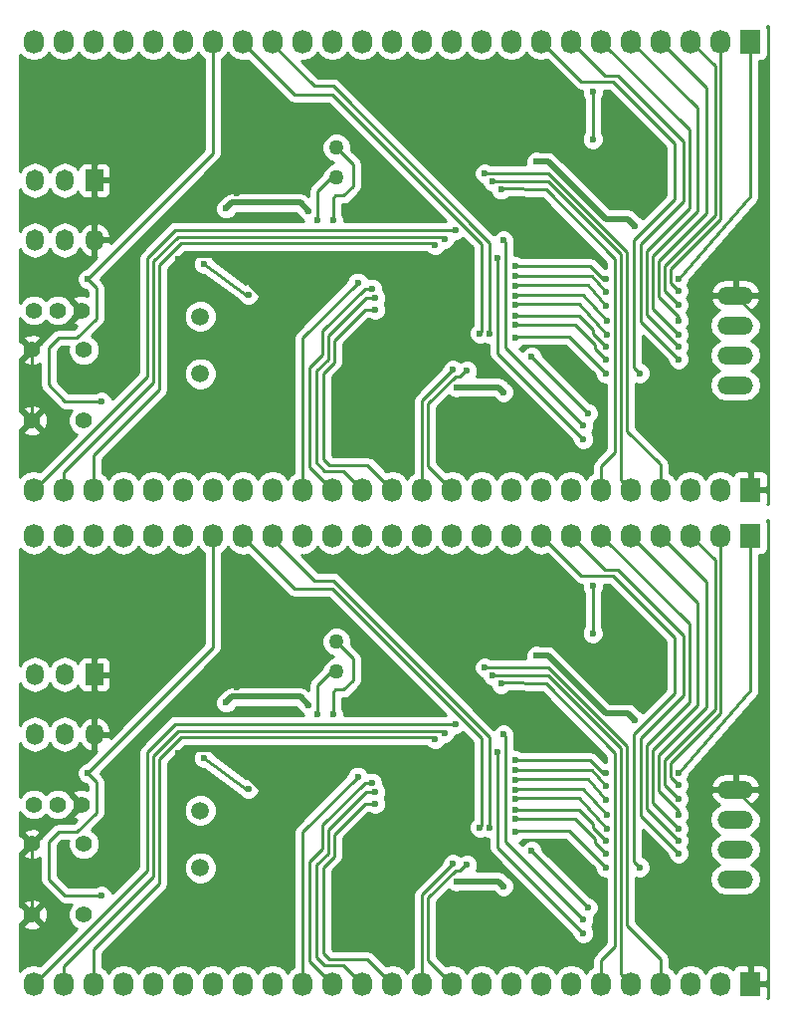
<source format=gbl>
G04 #@! TF.FileFunction,Copper,L2,Bot,Signal*
%FSLAX46Y46*%
G04 Gerber Fmt 4.6, Leading zero omitted, Abs format (unit mm)*
G04 Created by KiCad (PCBNEW 4.0.7-e2-6376~58~ubuntu14.04.1) date Thu Jan 18 15:12:55 2018*
%MOMM*%
%LPD*%
G01*
G04 APERTURE LIST*
%ADD10C,0.100000*%
%ADD11R,1.524000X1.824000*%
%ADD12O,1.524000X1.824000*%
%ADD13C,1.400000*%
%ADD14O,3.014980X1.506220*%
%ADD15C,1.270000*%
%ADD16C,1.397000*%
%ADD17R,1.727200X2.032000*%
%ADD18O,1.727200X2.032000*%
%ADD19C,1.501140*%
%ADD20C,0.600000*%
%ADD21C,0.250000*%
%ADD22C,0.500000*%
%ADD23C,0.254000*%
G04 APERTURE END LIST*
D10*
D11*
X122000000Y-46000000D03*
D12*
X122000000Y-51080000D03*
X119460000Y-46000000D03*
X119460000Y-51080000D03*
X116920000Y-46000000D03*
X116920000Y-51080000D03*
D13*
X120870000Y-57060000D03*
X118870000Y-57060000D03*
X116870000Y-57060000D03*
D14*
X176530000Y-55790000D03*
X176530000Y-63410000D03*
X176530000Y-60870000D03*
X176530000Y-58330000D03*
D15*
X142600000Y-45770000D03*
X142600000Y-43230000D03*
D16*
X116690000Y-60420000D03*
X121090000Y-60420000D03*
X116690000Y-66420000D03*
X121090000Y-66420000D03*
D17*
X177800000Y-72300000D03*
D18*
X175260000Y-72300000D03*
X172720000Y-72300000D03*
X170180000Y-72300000D03*
X167640000Y-72300000D03*
X165100000Y-72300000D03*
X162560000Y-72300000D03*
X160020000Y-72300000D03*
X157480000Y-72300000D03*
X154940000Y-72300000D03*
X152400000Y-72300000D03*
X149860000Y-72300000D03*
X147320000Y-72300000D03*
X144780000Y-72300000D03*
X142240000Y-72300000D03*
X139700000Y-72300000D03*
X137160000Y-72300000D03*
X134620000Y-72300000D03*
X132080000Y-72300000D03*
X129540000Y-72300000D03*
X127000000Y-72300000D03*
X124460000Y-72300000D03*
X121920000Y-72300000D03*
X119380000Y-72300000D03*
X116840000Y-72300000D03*
D17*
X177800000Y-34200000D03*
D18*
X175260000Y-34200000D03*
X172720000Y-34200000D03*
X170180000Y-34200000D03*
X167640000Y-34200000D03*
X165100000Y-34200000D03*
X162560000Y-34200000D03*
X160020000Y-34200000D03*
X157480000Y-34200000D03*
X154940000Y-34200000D03*
X152400000Y-34200000D03*
X149860000Y-34200000D03*
X147320000Y-34200000D03*
X144780000Y-34200000D03*
X142240000Y-34200000D03*
X139700000Y-34200000D03*
X137160000Y-34200000D03*
X134620000Y-34200000D03*
X132080000Y-34200000D03*
X129540000Y-34200000D03*
X127000000Y-34200000D03*
X124460000Y-34200000D03*
X121920000Y-34200000D03*
X119380000Y-34200000D03*
X116840000Y-34200000D03*
D19*
X131000000Y-57559060D03*
X131000000Y-62440940D03*
X131000000Y-99559060D03*
X131000000Y-104440940D03*
D17*
X177800000Y-76200000D03*
D18*
X175260000Y-76200000D03*
X172720000Y-76200000D03*
X170180000Y-76200000D03*
X167640000Y-76200000D03*
X165100000Y-76200000D03*
X162560000Y-76200000D03*
X160020000Y-76200000D03*
X157480000Y-76200000D03*
X154940000Y-76200000D03*
X152400000Y-76200000D03*
X149860000Y-76200000D03*
X147320000Y-76200000D03*
X144780000Y-76200000D03*
X142240000Y-76200000D03*
X139700000Y-76200000D03*
X137160000Y-76200000D03*
X134620000Y-76200000D03*
X132080000Y-76200000D03*
X129540000Y-76200000D03*
X127000000Y-76200000D03*
X124460000Y-76200000D03*
X121920000Y-76200000D03*
X119380000Y-76200000D03*
X116840000Y-76200000D03*
D17*
X177800000Y-114300000D03*
D18*
X175260000Y-114300000D03*
X172720000Y-114300000D03*
X170180000Y-114300000D03*
X167640000Y-114300000D03*
X165100000Y-114300000D03*
X162560000Y-114300000D03*
X160020000Y-114300000D03*
X157480000Y-114300000D03*
X154940000Y-114300000D03*
X152400000Y-114300000D03*
X149860000Y-114300000D03*
X147320000Y-114300000D03*
X144780000Y-114300000D03*
X142240000Y-114300000D03*
X139700000Y-114300000D03*
X137160000Y-114300000D03*
X134620000Y-114300000D03*
X132080000Y-114300000D03*
X129540000Y-114300000D03*
X127000000Y-114300000D03*
X124460000Y-114300000D03*
X121920000Y-114300000D03*
X119380000Y-114300000D03*
X116840000Y-114300000D03*
D16*
X116690000Y-102420000D03*
X121090000Y-102420000D03*
X116690000Y-108420000D03*
X121090000Y-108420000D03*
D15*
X142600000Y-87770000D03*
X142600000Y-85230000D03*
D14*
X176530000Y-97790000D03*
X176530000Y-105410000D03*
X176530000Y-102870000D03*
X176530000Y-100330000D03*
D13*
X120870000Y-99060000D03*
X118870000Y-99060000D03*
X116870000Y-99060000D03*
D11*
X122000000Y-88000000D03*
D12*
X122000000Y-93080000D03*
X119460000Y-88000000D03*
X119460000Y-93080000D03*
X116920000Y-88000000D03*
X116920000Y-93080000D03*
D20*
X135100000Y-52300000D03*
X129100000Y-52700000D03*
X136400000Y-56100000D03*
X134100000Y-47100000D03*
X140000000Y-46800000D03*
X153100000Y-51600000D03*
X149100000Y-53300000D03*
X148700000Y-47800000D03*
X146600000Y-46700000D03*
X158800000Y-40600000D03*
X150800000Y-40600000D03*
X136200000Y-37500000D03*
X164700000Y-52500000D03*
X160400000Y-49500000D03*
X146200000Y-67200000D03*
X146100000Y-62700000D03*
X146100000Y-104700000D03*
X146200000Y-109200000D03*
X160400000Y-91500000D03*
X164700000Y-94500000D03*
X136200000Y-79500000D03*
X150800000Y-82600000D03*
X158800000Y-82600000D03*
X146600000Y-88700000D03*
X148700000Y-89800000D03*
X149100000Y-95300000D03*
X153100000Y-93600000D03*
X140000000Y-88800000D03*
X134100000Y-89100000D03*
X136400000Y-98100000D03*
X129100000Y-94700000D03*
X135100000Y-94300000D03*
X131300000Y-53100000D03*
X135100000Y-55700000D03*
X140200000Y-48600000D03*
X133200000Y-48400000D03*
X159200000Y-61000000D03*
X164000000Y-65800000D03*
X168000000Y-49900000D03*
X159600000Y-44400000D03*
X156800000Y-64000000D03*
X152800000Y-63600000D03*
X152800000Y-105600000D03*
X156800000Y-106000000D03*
X159600000Y-86400000D03*
X168000000Y-91900000D03*
X164000000Y-107800000D03*
X159200000Y-103000000D03*
X133200000Y-90400000D03*
X140200000Y-90600000D03*
X135100000Y-97700000D03*
X131300000Y-95100000D03*
X141000000Y-49400000D03*
X141000000Y-91400000D03*
X142300000Y-49400000D03*
X142300000Y-91400000D03*
X171700000Y-54400000D03*
X165500000Y-54400000D03*
X157800000Y-53300000D03*
X157800000Y-95300000D03*
X165500000Y-96400000D03*
X171700000Y-96400000D03*
X157800000Y-54100000D03*
X171700000Y-55400000D03*
X165500000Y-55500000D03*
X165500000Y-97500000D03*
X171700000Y-97400000D03*
X157800000Y-96100000D03*
X157800000Y-55000000D03*
X165500000Y-56700000D03*
X171700000Y-56600000D03*
X171700000Y-98600000D03*
X165500000Y-98700000D03*
X157800000Y-97000000D03*
X171700000Y-57900000D03*
X165600000Y-57900000D03*
X157800000Y-55800000D03*
X157800000Y-97800000D03*
X165600000Y-99900000D03*
X171700000Y-99900000D03*
X157800000Y-56600000D03*
X165600000Y-59100000D03*
X171700000Y-59100000D03*
X171700000Y-101100000D03*
X165600000Y-101100000D03*
X157800000Y-98600000D03*
X157800000Y-57500000D03*
X165500000Y-60100000D03*
X171700000Y-60100000D03*
X171700000Y-102100000D03*
X165500000Y-102100000D03*
X157800000Y-99500000D03*
X171700000Y-61200000D03*
X165500000Y-61200000D03*
X157800000Y-58300000D03*
X157800000Y-100300000D03*
X165500000Y-103200000D03*
X171700000Y-103200000D03*
X168400000Y-62400000D03*
X165500000Y-62400000D03*
X157800000Y-59400000D03*
X157800000Y-101400000D03*
X165500000Y-104400000D03*
X168400000Y-104400000D03*
X164400000Y-42500000D03*
X164400000Y-38500000D03*
X164400000Y-80500000D03*
X164400000Y-84500000D03*
X155600000Y-59000000D03*
X155600000Y-101000000D03*
X154800000Y-59000000D03*
X154800000Y-101000000D03*
X121400000Y-54400000D03*
X122600000Y-64800000D03*
X122600000Y-106800000D03*
X121400000Y-96400000D03*
X156800000Y-51100000D03*
X163600000Y-66800000D03*
X163600000Y-108800000D03*
X156800000Y-93100000D03*
X156300000Y-52600000D03*
X163600000Y-68000000D03*
X163600000Y-110000000D03*
X156300000Y-94600000D03*
X155200000Y-45400000D03*
X155200000Y-87400000D03*
X155900000Y-46100000D03*
X155900000Y-88100000D03*
X156600000Y-46800000D03*
X156600000Y-88800000D03*
X153700000Y-62200000D03*
X153700000Y-104200000D03*
X152500000Y-62100000D03*
X152500000Y-104100000D03*
X145900000Y-57000000D03*
X145900000Y-99000000D03*
X145900000Y-56000000D03*
X145900000Y-98000000D03*
X145600000Y-55200000D03*
X145600000Y-97200000D03*
X144400000Y-54700000D03*
X144400000Y-96700000D03*
X151000000Y-51500000D03*
X151000000Y-93500000D03*
X151800000Y-51000000D03*
X151800000Y-93000000D03*
X152700000Y-50200000D03*
X152700000Y-92200000D03*
D21*
X120870000Y-57060000D02*
X120870000Y-57090000D01*
X116690000Y-60420000D02*
X116690000Y-66420000D01*
X135100000Y-52300000D02*
X135000000Y-52400000D01*
X135000000Y-52400000D02*
X129400000Y-52400000D01*
X129400000Y-52400000D02*
X129100000Y-52700000D01*
X135100000Y-54800000D02*
X136400000Y-56100000D01*
X135100000Y-52300000D02*
X135100000Y-54800000D01*
X134100000Y-47100000D02*
X134400000Y-46800000D01*
X134400000Y-46800000D02*
X140000000Y-46800000D01*
X153100000Y-51600000D02*
X151400000Y-53300000D01*
X151400000Y-53300000D02*
X149100000Y-53300000D01*
X147700000Y-47800000D02*
X148700000Y-47800000D01*
X146600000Y-46700000D02*
X147700000Y-47800000D01*
X178800000Y-58060000D02*
X176530000Y-55790000D01*
X178800000Y-65500000D02*
X178800000Y-58060000D01*
X177800000Y-66500000D02*
X178800000Y-65500000D01*
X177800000Y-72300000D02*
X177800000Y-66500000D01*
X118630000Y-58460000D02*
X119470000Y-58460000D01*
X119470000Y-58460000D02*
X120870000Y-57060000D01*
X116690000Y-60400000D02*
X118630000Y-58460000D01*
X116690000Y-60420000D02*
X116690000Y-60400000D01*
D22*
X158800000Y-40600000D02*
X150800000Y-40600000D01*
X136200000Y-37500000D02*
X140200000Y-41500000D01*
X140200000Y-41500000D02*
X143400000Y-41500000D01*
X143400000Y-41500000D02*
X146600000Y-44700000D01*
X146600000Y-44700000D02*
X146600000Y-46700000D01*
D21*
X163400000Y-52500000D02*
X164700000Y-52500000D01*
X160400000Y-49500000D02*
X163400000Y-52500000D01*
D22*
X146200000Y-67200000D02*
X146100000Y-67100000D01*
X146100000Y-67100000D02*
X146100000Y-62700000D01*
X146100000Y-109100000D02*
X146100000Y-104700000D01*
X146200000Y-109200000D02*
X146100000Y-109100000D01*
D21*
X160400000Y-91500000D02*
X163400000Y-94500000D01*
X163400000Y-94500000D02*
X164700000Y-94500000D01*
D22*
X146600000Y-86700000D02*
X146600000Y-88700000D01*
X143400000Y-83500000D02*
X146600000Y-86700000D01*
X140200000Y-83500000D02*
X143400000Y-83500000D01*
X136200000Y-79500000D02*
X140200000Y-83500000D01*
X158800000Y-82600000D02*
X150800000Y-82600000D01*
D21*
X116690000Y-102420000D02*
X116690000Y-102400000D01*
X116690000Y-102400000D02*
X118630000Y-100460000D01*
X119470000Y-100460000D02*
X120870000Y-99060000D01*
X118630000Y-100460000D02*
X119470000Y-100460000D01*
X177800000Y-114300000D02*
X177800000Y-108500000D01*
X177800000Y-108500000D02*
X178800000Y-107500000D01*
X178800000Y-107500000D02*
X178800000Y-100060000D01*
X178800000Y-100060000D02*
X176530000Y-97790000D01*
X146600000Y-88700000D02*
X147700000Y-89800000D01*
X147700000Y-89800000D02*
X148700000Y-89800000D01*
X151400000Y-95300000D02*
X149100000Y-95300000D01*
X153100000Y-93600000D02*
X151400000Y-95300000D01*
X134400000Y-88800000D02*
X140000000Y-88800000D01*
X134100000Y-89100000D02*
X134400000Y-88800000D01*
X135100000Y-94300000D02*
X135100000Y-96800000D01*
X135100000Y-96800000D02*
X136400000Y-98100000D01*
X129400000Y-94400000D02*
X129100000Y-94700000D01*
X135000000Y-94400000D02*
X129400000Y-94400000D01*
X135100000Y-94300000D02*
X135000000Y-94400000D01*
X116690000Y-102420000D02*
X116690000Y-108420000D01*
X120870000Y-99060000D02*
X120870000Y-99090000D01*
X131300000Y-53100000D02*
X134900000Y-55700000D01*
X134900000Y-55700000D02*
X135100000Y-55700000D01*
D22*
X139500000Y-47900000D02*
X140200000Y-48600000D01*
X133700000Y-47900000D02*
X139500000Y-47900000D01*
X133200000Y-48400000D02*
X133700000Y-47900000D01*
D21*
X159200000Y-61000000D02*
X164000000Y-65800000D01*
X164000000Y-65800000D02*
X164000000Y-65800000D01*
D22*
X165500000Y-49300000D02*
X160600000Y-44400000D01*
X167400000Y-49300000D02*
X165500000Y-49300000D01*
X168000000Y-49900000D02*
X167400000Y-49300000D01*
X160600000Y-44400000D02*
X159600000Y-44400000D01*
X156400000Y-63600000D02*
X156800000Y-64000000D01*
X152800000Y-63600000D02*
X156400000Y-63600000D01*
X152800000Y-105600000D02*
X156400000Y-105600000D01*
X156400000Y-105600000D02*
X156800000Y-106000000D01*
X160600000Y-86400000D02*
X159600000Y-86400000D01*
X168000000Y-91900000D02*
X167400000Y-91300000D01*
X167400000Y-91300000D02*
X165500000Y-91300000D01*
X165500000Y-91300000D02*
X160600000Y-86400000D01*
D21*
X164000000Y-107800000D02*
X164000000Y-107800000D01*
X159200000Y-103000000D02*
X164000000Y-107800000D01*
D22*
X133200000Y-90400000D02*
X133700000Y-89900000D01*
X133700000Y-89900000D02*
X139500000Y-89900000D01*
X139500000Y-89900000D02*
X140200000Y-90600000D01*
D21*
X134900000Y-97700000D02*
X135100000Y-97700000D01*
X131300000Y-95100000D02*
X134900000Y-97700000D01*
X142130000Y-45770000D02*
X142600000Y-45770000D01*
X141000000Y-49400000D02*
X141000000Y-46900000D01*
X141000000Y-46900000D02*
X142130000Y-45770000D01*
X141000000Y-88900000D02*
X142130000Y-87770000D01*
X141000000Y-91400000D02*
X141000000Y-88900000D01*
X142130000Y-87770000D02*
X142600000Y-87770000D01*
X142300000Y-49400000D02*
X142300000Y-47500000D01*
X142300000Y-47500000D02*
X142500000Y-47300000D01*
X142500000Y-47300000D02*
X143200000Y-47300000D01*
X143200000Y-47300000D02*
X144000000Y-46500000D01*
X144000000Y-46500000D02*
X144000000Y-44630000D01*
X144000000Y-44630000D02*
X142600000Y-43230000D01*
X144000000Y-86630000D02*
X142600000Y-85230000D01*
X144000000Y-88500000D02*
X144000000Y-86630000D01*
X143200000Y-89300000D02*
X144000000Y-88500000D01*
X142500000Y-89300000D02*
X143200000Y-89300000D01*
X142300000Y-89500000D02*
X142500000Y-89300000D01*
X142300000Y-91400000D02*
X142300000Y-89500000D01*
X177800000Y-34160000D02*
X177800000Y-47385000D01*
X171700000Y-54400000D02*
X177800000Y-47385000D01*
X165300000Y-54400000D02*
X165500000Y-54400000D01*
X164200000Y-53300000D02*
X165300000Y-54400000D01*
X157800000Y-53300000D02*
X164200000Y-53300000D01*
X157800000Y-95300000D02*
X164200000Y-95300000D01*
X164200000Y-95300000D02*
X165300000Y-96400000D01*
X165300000Y-96400000D02*
X165500000Y-96400000D01*
X171700000Y-96400000D02*
X177800000Y-89385000D01*
X177800000Y-76160000D02*
X177800000Y-89385000D01*
X157800000Y-54100000D02*
X157800000Y-54100000D01*
X171050000Y-54750000D02*
X171700000Y-55400000D01*
X175270367Y-49329633D02*
X175259931Y-34100000D01*
X171050000Y-53550000D02*
X175270367Y-49329633D01*
X164300000Y-54100000D02*
X165500000Y-55500000D01*
X157800000Y-54100000D02*
X164300000Y-54100000D01*
X171050000Y-53550000D02*
X171050000Y-54750000D01*
X171050000Y-95550000D02*
X171050000Y-96750000D01*
X157800000Y-96100000D02*
X164300000Y-96100000D01*
X164300000Y-96100000D02*
X165500000Y-97500000D01*
X171050000Y-95550000D02*
X175270367Y-91329633D01*
X175270367Y-91329633D02*
X175259931Y-76100000D01*
X171050000Y-96750000D02*
X171700000Y-97400000D01*
X157800000Y-96100000D02*
X157800000Y-96100000D01*
X157800000Y-55000000D02*
X157900000Y-54900000D01*
X157900000Y-54900000D02*
X164000000Y-54900000D01*
X164000000Y-54900000D02*
X165500000Y-56700000D01*
X170500000Y-55400000D02*
X171700000Y-56600000D01*
X174800000Y-36280000D02*
X172720000Y-34200000D01*
X174800000Y-49000000D02*
X174800000Y-36280000D01*
X170500000Y-53300000D02*
X174800000Y-49000000D01*
X170500000Y-53300000D02*
X170500000Y-55400000D01*
X170500000Y-95300000D02*
X170500000Y-97400000D01*
X170500000Y-95300000D02*
X174800000Y-91000000D01*
X174800000Y-91000000D02*
X174800000Y-78280000D01*
X174800000Y-78280000D02*
X172720000Y-76200000D01*
X170500000Y-97400000D02*
X171700000Y-98600000D01*
X164000000Y-96900000D02*
X165500000Y-98700000D01*
X157900000Y-96900000D02*
X164000000Y-96900000D01*
X157800000Y-97000000D02*
X157900000Y-96900000D01*
X171700000Y-57900000D02*
X171600000Y-57800000D01*
X163600000Y-55700000D02*
X165600000Y-57900000D01*
X157900000Y-55700000D02*
X163600000Y-55700000D01*
X157800000Y-55800000D02*
X157900000Y-55700000D01*
X170000000Y-55900000D02*
X171700000Y-57600000D01*
X171700000Y-57600000D02*
X171700000Y-57900000D01*
X170000000Y-52900000D02*
X170050000Y-52850000D01*
X170050000Y-52850000D02*
X174100000Y-48800000D01*
X174100000Y-48800000D02*
X174100000Y-38120000D01*
X170180000Y-34200000D02*
X174100000Y-38120000D01*
X170000000Y-52900000D02*
X170000000Y-55900000D01*
X170000000Y-94900000D02*
X170000000Y-97900000D01*
X170180000Y-76200000D02*
X174100000Y-80120000D01*
X174100000Y-90800000D02*
X174100000Y-80120000D01*
X170050000Y-94850000D02*
X174100000Y-90800000D01*
X170000000Y-94900000D02*
X170050000Y-94850000D01*
X171700000Y-99600000D02*
X171700000Y-99900000D01*
X170000000Y-97900000D02*
X171700000Y-99600000D01*
X157800000Y-97800000D02*
X157900000Y-97700000D01*
X157900000Y-97700000D02*
X163600000Y-97700000D01*
X163600000Y-97700000D02*
X165600000Y-99900000D01*
X171700000Y-99900000D02*
X171600000Y-99800000D01*
X157800000Y-56600000D02*
X157900000Y-56500000D01*
X157900000Y-56500000D02*
X163200000Y-56500000D01*
X163200000Y-56500000D02*
X165600000Y-59100000D01*
X171700000Y-59100000D02*
X171600000Y-59000000D01*
X169500000Y-56900000D02*
X171700000Y-59100000D01*
X169500000Y-52400000D02*
X173300000Y-48600000D01*
X173300000Y-48600000D02*
X173300000Y-39860000D01*
X167640000Y-34200000D02*
X173300000Y-39860000D01*
X169500000Y-52400000D02*
X169500000Y-56900000D01*
X169500000Y-94400000D02*
X169500000Y-98900000D01*
X167640000Y-76200000D02*
X173300000Y-81860000D01*
X173300000Y-90600000D02*
X173300000Y-81860000D01*
X169500000Y-94400000D02*
X173300000Y-90600000D01*
X169500000Y-98900000D02*
X171700000Y-101100000D01*
X171700000Y-101100000D02*
X171600000Y-101000000D01*
X163200000Y-98500000D02*
X165600000Y-101100000D01*
X157900000Y-98500000D02*
X163200000Y-98500000D01*
X157800000Y-98600000D02*
X157900000Y-98500000D01*
X157800000Y-57500000D02*
X163200000Y-57500000D01*
X163200000Y-57500000D02*
X164400000Y-58700000D01*
X164400000Y-58700000D02*
X164400000Y-59000000D01*
X164400000Y-59000000D02*
X165500000Y-60100000D01*
X171700000Y-60100000D02*
X169000000Y-57400000D01*
X169000000Y-57400000D02*
X169000000Y-52000000D01*
X169000000Y-52000000D02*
X172600000Y-48400000D01*
X172600000Y-48400000D02*
X172600000Y-41700000D01*
X172600000Y-41700000D02*
X165050000Y-34150000D01*
X172600000Y-83700000D02*
X165050000Y-76150000D01*
X172600000Y-90400000D02*
X172600000Y-83700000D01*
X169000000Y-94000000D02*
X172600000Y-90400000D01*
X169000000Y-99400000D02*
X169000000Y-94000000D01*
X171700000Y-102100000D02*
X169000000Y-99400000D01*
X164400000Y-101000000D02*
X165500000Y-102100000D01*
X164400000Y-100700000D02*
X164400000Y-101000000D01*
X163200000Y-99500000D02*
X164400000Y-100700000D01*
X157800000Y-99500000D02*
X163200000Y-99500000D01*
X165460000Y-37100000D02*
X162560000Y-34200000D01*
X172100000Y-42700000D02*
X166500000Y-37100000D01*
X172100000Y-47800000D02*
X172100000Y-42700000D01*
X168500000Y-51400000D02*
X172100000Y-47800000D01*
X168500000Y-58000000D02*
X168500000Y-51400000D01*
X171700000Y-61200000D02*
X168500000Y-58000000D01*
X164600000Y-60300000D02*
X165500000Y-61200000D01*
X164600000Y-60000000D02*
X164600000Y-60300000D01*
X162900000Y-58300000D02*
X164600000Y-60000000D01*
X157800000Y-58300000D02*
X162900000Y-58300000D01*
X166500000Y-37100000D02*
X165460000Y-37100000D01*
X166500000Y-79100000D02*
X165460000Y-79100000D01*
X157800000Y-100300000D02*
X162900000Y-100300000D01*
X162900000Y-100300000D02*
X164600000Y-102000000D01*
X164600000Y-102000000D02*
X164600000Y-102300000D01*
X164600000Y-102300000D02*
X165500000Y-103200000D01*
X171700000Y-103200000D02*
X168500000Y-100000000D01*
X168500000Y-100000000D02*
X168500000Y-93400000D01*
X168500000Y-93400000D02*
X172100000Y-89800000D01*
X172100000Y-89800000D02*
X172100000Y-84700000D01*
X172100000Y-84700000D02*
X166500000Y-79100000D01*
X165460000Y-79100000D02*
X162560000Y-76200000D01*
X163420000Y-37600000D02*
X160020000Y-34200000D01*
X166100000Y-37600000D02*
X164100000Y-37600000D01*
X171400000Y-42900000D02*
X166100000Y-37600000D01*
X171400000Y-47600000D02*
X171400000Y-42900000D01*
X167900000Y-51100000D02*
X171400000Y-47600000D01*
X167900000Y-61900000D02*
X167900000Y-51100000D01*
X168400000Y-62400000D02*
X167900000Y-61900000D01*
X162400000Y-59300000D02*
X165500000Y-62400000D01*
X157900000Y-59300000D02*
X162400000Y-59300000D01*
X157800000Y-59400000D02*
X157900000Y-59300000D01*
X164100000Y-37600000D02*
X163420000Y-37600000D01*
X164100000Y-79600000D02*
X163420000Y-79600000D01*
X157800000Y-101400000D02*
X157900000Y-101300000D01*
X157900000Y-101300000D02*
X162400000Y-101300000D01*
X162400000Y-101300000D02*
X165500000Y-104400000D01*
X168400000Y-104400000D02*
X167900000Y-103900000D01*
X167900000Y-103900000D02*
X167900000Y-93100000D01*
X167900000Y-93100000D02*
X171400000Y-89600000D01*
X171400000Y-89600000D02*
X171400000Y-84900000D01*
X171400000Y-84900000D02*
X166100000Y-79600000D01*
X166100000Y-79600000D02*
X164100000Y-79600000D01*
X163420000Y-79600000D02*
X160020000Y-76200000D01*
X164400000Y-42500000D02*
X164400000Y-38500000D01*
X164400000Y-84500000D02*
X164400000Y-80500000D01*
X155600000Y-59000000D02*
X155600000Y-51300000D01*
X155600000Y-51300000D02*
X142300000Y-38000000D01*
X142300000Y-38000000D02*
X140700000Y-38000000D01*
X140700000Y-38000000D02*
X137100000Y-34400000D01*
X140700000Y-80000000D02*
X137100000Y-76400000D01*
X142300000Y-80000000D02*
X140700000Y-80000000D01*
X155600000Y-93300000D02*
X142300000Y-80000000D01*
X155600000Y-101000000D02*
X155600000Y-93300000D01*
X154800000Y-59000000D02*
X154900000Y-58900000D01*
X154900000Y-58900000D02*
X154900000Y-51400000D01*
X154900000Y-51400000D02*
X142200000Y-38700000D01*
X142200000Y-38700000D02*
X139000000Y-38700000D01*
X139000000Y-38700000D02*
X134600000Y-34300000D01*
X139000000Y-80700000D02*
X134600000Y-76300000D01*
X142200000Y-80700000D02*
X139000000Y-80700000D01*
X154900000Y-93400000D02*
X142200000Y-80700000D01*
X154900000Y-100900000D02*
X154900000Y-93400000D01*
X154800000Y-101000000D02*
X154900000Y-100900000D01*
X121400000Y-54400000D02*
X132080000Y-43720000D01*
X132080000Y-43720000D02*
X132080000Y-34130000D01*
X122135000Y-55135000D02*
X121400000Y-54400000D01*
X120500000Y-59375000D02*
X122135000Y-57740000D01*
X118925000Y-59375000D02*
X120500000Y-59375000D01*
X118100000Y-60200000D02*
X118925000Y-59375000D01*
X118100000Y-63400000D02*
X118100000Y-60200000D01*
X119500000Y-64800000D02*
X118100000Y-63400000D01*
X122600000Y-64800000D02*
X119500000Y-64800000D01*
X122135000Y-57740000D02*
X122135000Y-55135000D01*
X122135000Y-99740000D02*
X122135000Y-97135000D01*
X122600000Y-106800000D02*
X119500000Y-106800000D01*
X119500000Y-106800000D02*
X118100000Y-105400000D01*
X118100000Y-105400000D02*
X118100000Y-102200000D01*
X118100000Y-102200000D02*
X118925000Y-101375000D01*
X118925000Y-101375000D02*
X120500000Y-101375000D01*
X120500000Y-101375000D02*
X122135000Y-99740000D01*
X122135000Y-97135000D02*
X121400000Y-96400000D01*
X132080000Y-85720000D02*
X132080000Y-76130000D01*
X121400000Y-96400000D02*
X132080000Y-85720000D01*
X156800000Y-51100000D02*
X157000000Y-51300000D01*
X157000000Y-51300000D02*
X157000000Y-60200000D01*
X157000000Y-60200000D02*
X163600000Y-66800000D01*
X157000000Y-102200000D02*
X163600000Y-108800000D01*
X157000000Y-93300000D02*
X157000000Y-102200000D01*
X156800000Y-93100000D02*
X157000000Y-93300000D01*
X156300000Y-52600000D02*
X156300000Y-52600000D01*
X156300000Y-52600000D02*
X156300000Y-60700000D01*
X156300000Y-60700000D02*
X163600000Y-68000000D01*
X156300000Y-102700000D02*
X163600000Y-110000000D01*
X156300000Y-94600000D02*
X156300000Y-102700000D01*
X156300000Y-94600000D02*
X156300000Y-94600000D01*
X170180000Y-70180000D02*
X170000000Y-70000000D01*
X167300000Y-67300000D02*
X170000000Y-70000000D01*
X167300000Y-52100000D02*
X167300000Y-67300000D01*
X160600000Y-45400000D02*
X167300000Y-52100000D01*
X156000000Y-45400000D02*
X160600000Y-45400000D01*
X155200000Y-45400000D02*
X156000000Y-45400000D01*
X170180000Y-72300000D02*
X170180000Y-70180000D01*
X170180000Y-114300000D02*
X170180000Y-112180000D01*
X155200000Y-87400000D02*
X156000000Y-87400000D01*
X156000000Y-87400000D02*
X160600000Y-87400000D01*
X160600000Y-87400000D02*
X167300000Y-94100000D01*
X167300000Y-94100000D02*
X167300000Y-109300000D01*
X167300000Y-109300000D02*
X170000000Y-112000000D01*
X170180000Y-112180000D02*
X170000000Y-112000000D01*
X166960000Y-71620000D02*
X167640000Y-72300000D01*
X166800000Y-71460000D02*
X167640000Y-72300000D01*
X155900000Y-46100000D02*
X156700000Y-46100000D01*
X156700000Y-46100000D02*
X160600000Y-46100000D01*
X160600000Y-46100000D02*
X166800000Y-52300000D01*
X166800000Y-52300000D02*
X166800000Y-70600000D01*
X166800000Y-70600000D02*
X166800000Y-71460000D01*
X166800000Y-112600000D02*
X166800000Y-113460000D01*
X166800000Y-94300000D02*
X166800000Y-112600000D01*
X160600000Y-88100000D02*
X166800000Y-94300000D01*
X156700000Y-88100000D02*
X160600000Y-88100000D01*
X155900000Y-88100000D02*
X156700000Y-88100000D01*
X166800000Y-113460000D02*
X167640000Y-114300000D01*
X166960000Y-113620000D02*
X167640000Y-114300000D01*
X156600000Y-46800000D02*
X156700000Y-46700000D01*
X156700000Y-46700000D02*
X160400000Y-46800000D01*
X160400000Y-46800000D02*
X166300000Y-52700000D01*
X166300000Y-52700000D02*
X166300000Y-69100000D01*
X166300000Y-69100000D02*
X165100000Y-70300000D01*
X165100000Y-70300000D02*
X165100000Y-72300000D01*
X165100000Y-112300000D02*
X165100000Y-114300000D01*
X166300000Y-111100000D02*
X165100000Y-112300000D01*
X166300000Y-94700000D02*
X166300000Y-111100000D01*
X160400000Y-88800000D02*
X166300000Y-94700000D01*
X156700000Y-88700000D02*
X160400000Y-88800000D01*
X156600000Y-88800000D02*
X156700000Y-88700000D01*
X153600000Y-62200000D02*
X153100000Y-62700000D01*
X153100000Y-62700000D02*
X152700000Y-62700000D01*
X152700000Y-62700000D02*
X150400000Y-65000000D01*
X150400000Y-65000000D02*
X150400000Y-70300000D01*
X150400000Y-70300000D02*
X152400000Y-72300000D01*
X153700000Y-62200000D02*
X153600000Y-62200000D01*
X153700000Y-104200000D02*
X153600000Y-104200000D01*
X150400000Y-112300000D02*
X152400000Y-114300000D01*
X150400000Y-107000000D02*
X150400000Y-112300000D01*
X152700000Y-104700000D02*
X150400000Y-107000000D01*
X153100000Y-104700000D02*
X152700000Y-104700000D01*
X153600000Y-104200000D02*
X153100000Y-104700000D01*
X152500000Y-62100000D02*
X149860000Y-64740000D01*
X149860000Y-64740000D02*
X149860000Y-72300000D01*
X149860000Y-106740000D02*
X149860000Y-114300000D01*
X152500000Y-104100000D02*
X149860000Y-106740000D01*
X145000000Y-57000000D02*
X142400000Y-59600000D01*
X142400000Y-59600000D02*
X142400000Y-61500000D01*
X142400000Y-61500000D02*
X141500000Y-62400000D01*
X141500000Y-62400000D02*
X141500000Y-69700000D01*
X141500000Y-69700000D02*
X142000000Y-70200000D01*
X142000000Y-70200000D02*
X145220000Y-70200000D01*
X145220000Y-70200000D02*
X147320000Y-72300000D01*
X145900000Y-57000000D02*
X145000000Y-57000000D01*
X145900000Y-99000000D02*
X145000000Y-99000000D01*
X145220000Y-112200000D02*
X147320000Y-114300000D01*
X142000000Y-112200000D02*
X145220000Y-112200000D01*
X141500000Y-111700000D02*
X142000000Y-112200000D01*
X141500000Y-104400000D02*
X141500000Y-111700000D01*
X142400000Y-103500000D02*
X141500000Y-104400000D01*
X142400000Y-101600000D02*
X142400000Y-103500000D01*
X145000000Y-99000000D02*
X142400000Y-101600000D01*
X145100000Y-56000000D02*
X141900000Y-59200000D01*
X141900000Y-59200000D02*
X141900000Y-61200000D01*
X141900000Y-61200000D02*
X140900000Y-62200000D01*
X140900000Y-62200000D02*
X140900000Y-70000000D01*
X140900000Y-70000000D02*
X141600000Y-70700000D01*
X141600000Y-70700000D02*
X143180000Y-70700000D01*
X143180000Y-70700000D02*
X144780000Y-72300000D01*
X145900000Y-56000000D02*
X145100000Y-56000000D01*
X145900000Y-98000000D02*
X145100000Y-98000000D01*
X143180000Y-112700000D02*
X144780000Y-114300000D01*
X141600000Y-112700000D02*
X143180000Y-112700000D01*
X140900000Y-112000000D02*
X141600000Y-112700000D01*
X140900000Y-104200000D02*
X140900000Y-112000000D01*
X141900000Y-103200000D02*
X140900000Y-104200000D01*
X141900000Y-101200000D02*
X141900000Y-103200000D01*
X145100000Y-98000000D02*
X141900000Y-101200000D01*
X145000000Y-55200000D02*
X141400000Y-58800000D01*
X141400000Y-58800000D02*
X141400000Y-60800000D01*
X141400000Y-60800000D02*
X140300000Y-61900000D01*
X140300000Y-61900000D02*
X140300000Y-70360000D01*
X140300000Y-70360000D02*
X142240000Y-72300000D01*
X145600000Y-55200000D02*
X145000000Y-55200000D01*
X145600000Y-97200000D02*
X145000000Y-97200000D01*
X140300000Y-112360000D02*
X142240000Y-114300000D01*
X140300000Y-103900000D02*
X140300000Y-112360000D01*
X141400000Y-102800000D02*
X140300000Y-103900000D01*
X141400000Y-100800000D02*
X141400000Y-102800000D01*
X145000000Y-97200000D02*
X141400000Y-100800000D01*
X144400000Y-54700000D02*
X139700000Y-59400000D01*
X139700000Y-59400000D02*
X139700000Y-72300000D01*
X139700000Y-101400000D02*
X139700000Y-114300000D01*
X144400000Y-96700000D02*
X139700000Y-101400000D01*
X151000000Y-51500000D02*
X150800000Y-51300000D01*
X150800000Y-51300000D02*
X129400000Y-51300000D01*
X129400000Y-51300000D02*
X127500000Y-53200000D01*
X127500000Y-53200000D02*
X127500000Y-63800000D01*
X127500000Y-63800000D02*
X121920000Y-69380000D01*
X121920000Y-69380000D02*
X121920000Y-72300000D01*
X121920000Y-111380000D02*
X121920000Y-114300000D01*
X127500000Y-105800000D02*
X121920000Y-111380000D01*
X127500000Y-95200000D02*
X127500000Y-105800000D01*
X129400000Y-93300000D02*
X127500000Y-95200000D01*
X150800000Y-93300000D02*
X129400000Y-93300000D01*
X151000000Y-93500000D02*
X150800000Y-93300000D01*
X151800000Y-51000000D02*
X151600000Y-50800000D01*
X151600000Y-50800000D02*
X129100000Y-50800000D01*
X129100000Y-50800000D02*
X127000000Y-52900000D01*
X127000000Y-52900000D02*
X127000000Y-63200000D01*
X127000000Y-63200000D02*
X119380000Y-70820000D01*
X119380000Y-70820000D02*
X119380000Y-72300000D01*
X119380000Y-112820000D02*
X119380000Y-114300000D01*
X127000000Y-105200000D02*
X119380000Y-112820000D01*
X127000000Y-94900000D02*
X127000000Y-105200000D01*
X129100000Y-92800000D02*
X127000000Y-94900000D01*
X151600000Y-92800000D02*
X129100000Y-92800000D01*
X151800000Y-93000000D02*
X151600000Y-92800000D01*
X152800000Y-50200000D02*
X128900000Y-50200000D01*
X128900000Y-50200000D02*
X126500000Y-52600000D01*
X126500000Y-52600000D02*
X126500000Y-62640000D01*
X126500000Y-62640000D02*
X116840000Y-72300000D01*
X126500000Y-104640000D02*
X116840000Y-114300000D01*
X126500000Y-94600000D02*
X126500000Y-104640000D01*
X128900000Y-92200000D02*
X126500000Y-94600000D01*
X152800000Y-92200000D02*
X128900000Y-92200000D01*
D23*
G36*
X179315000Y-115515000D02*
X179268490Y-115515000D01*
X179298600Y-115442309D01*
X179298600Y-114585750D01*
X179139850Y-114427000D01*
X177927000Y-114427000D01*
X177927000Y-114447000D01*
X177673000Y-114447000D01*
X177673000Y-114427000D01*
X177653000Y-114427000D01*
X177653000Y-114173000D01*
X177673000Y-114173000D01*
X177673000Y-112807750D01*
X177927000Y-112807750D01*
X177927000Y-114173000D01*
X179139850Y-114173000D01*
X179298600Y-114014250D01*
X179298600Y-113157691D01*
X179201927Y-112924302D01*
X179023299Y-112745673D01*
X178789910Y-112649000D01*
X178085750Y-112649000D01*
X177927000Y-112807750D01*
X177673000Y-112807750D01*
X177514250Y-112649000D01*
X176810090Y-112649000D01*
X176576701Y-112745673D01*
X176398073Y-112924302D01*
X176334500Y-113077780D01*
X176319670Y-113055585D01*
X175833489Y-112730729D01*
X175260000Y-112616655D01*
X174686511Y-112730729D01*
X174200330Y-113055585D01*
X173990000Y-113370366D01*
X173779670Y-113055585D01*
X173293489Y-112730729D01*
X172720000Y-112616655D01*
X172146511Y-112730729D01*
X171660330Y-113055585D01*
X171450000Y-113370366D01*
X171239670Y-113055585D01*
X170940000Y-112855352D01*
X170940000Y-112180000D01*
X170882148Y-111889161D01*
X170882148Y-111889160D01*
X170717401Y-111642599D01*
X168060000Y-108985198D01*
X168060000Y-105271223D01*
X168213201Y-105334838D01*
X168585167Y-105335162D01*
X168928943Y-105193117D01*
X169192192Y-104930327D01*
X169334838Y-104586799D01*
X169335162Y-104214833D01*
X169193117Y-103871057D01*
X168930327Y-103607808D01*
X168660000Y-103495558D01*
X168660000Y-101234802D01*
X170764878Y-103339680D01*
X170764838Y-103385167D01*
X170906883Y-103728943D01*
X171169673Y-103992192D01*
X171513201Y-104134838D01*
X171885167Y-104135162D01*
X172228943Y-103993117D01*
X172492192Y-103730327D01*
X172634838Y-103386799D01*
X172635162Y-103014833D01*
X172493117Y-102671057D01*
X172472290Y-102650194D01*
X172492192Y-102630327D01*
X172634838Y-102286799D01*
X172635162Y-101914833D01*
X172504931Y-101599649D01*
X172634838Y-101286799D01*
X172635162Y-100914833D01*
X172493117Y-100571057D01*
X172422290Y-100500107D01*
X172492192Y-100430327D01*
X172533851Y-100330000D01*
X174345536Y-100330000D01*
X174451200Y-100861207D01*
X174752104Y-101311542D01*
X175183812Y-101600000D01*
X174752104Y-101888458D01*
X174451200Y-102338793D01*
X174345536Y-102870000D01*
X174451200Y-103401207D01*
X174752104Y-103851542D01*
X175183812Y-104140000D01*
X174752104Y-104428458D01*
X174451200Y-104878793D01*
X174345536Y-105410000D01*
X174451200Y-105941207D01*
X174752104Y-106391542D01*
X175202439Y-106692446D01*
X175733646Y-106798110D01*
X177326354Y-106798110D01*
X177857561Y-106692446D01*
X178307896Y-106391542D01*
X178608800Y-105941207D01*
X178714464Y-105410000D01*
X178608800Y-104878793D01*
X178307896Y-104428458D01*
X177876188Y-104140000D01*
X178307896Y-103851542D01*
X178608800Y-103401207D01*
X178714464Y-102870000D01*
X178608800Y-102338793D01*
X178307896Y-101888458D01*
X177876188Y-101600000D01*
X178307896Y-101311542D01*
X178608800Y-100861207D01*
X178714464Y-100330000D01*
X178608800Y-99798793D01*
X178307896Y-99348458D01*
X177857561Y-99047554D01*
X177854694Y-99046984D01*
X177932919Y-99023846D01*
X178355724Y-98681740D01*
X178615427Y-98203875D01*
X178629783Y-98131674D01*
X178507162Y-97917000D01*
X176657000Y-97917000D01*
X176657000Y-97937000D01*
X176403000Y-97937000D01*
X176403000Y-97917000D01*
X174552838Y-97917000D01*
X174430217Y-98131674D01*
X174444573Y-98203875D01*
X174704276Y-98681740D01*
X175127081Y-99023846D01*
X175205306Y-99046984D01*
X175202439Y-99047554D01*
X174752104Y-99348458D01*
X174451200Y-99798793D01*
X174345536Y-100330000D01*
X172533851Y-100330000D01*
X172634838Y-100086799D01*
X172635162Y-99714833D01*
X172493117Y-99371057D01*
X172372290Y-99250019D01*
X172492192Y-99130327D01*
X172634838Y-98786799D01*
X172635162Y-98414833D01*
X172493117Y-98071057D01*
X172422290Y-98000107D01*
X172492192Y-97930327D01*
X172634838Y-97586799D01*
X172634958Y-97448326D01*
X174430217Y-97448326D01*
X174552838Y-97663000D01*
X176403000Y-97663000D01*
X176403000Y-96401890D01*
X176657000Y-96401890D01*
X176657000Y-97663000D01*
X178507162Y-97663000D01*
X178629783Y-97448326D01*
X178615427Y-97376125D01*
X178355724Y-96898260D01*
X177932919Y-96556154D01*
X177411380Y-96401890D01*
X176657000Y-96401890D01*
X176403000Y-96401890D01*
X175648620Y-96401890D01*
X175127081Y-96556154D01*
X174704276Y-96898260D01*
X174444573Y-97376125D01*
X174430217Y-97448326D01*
X172634958Y-97448326D01*
X172635162Y-97214833D01*
X172504931Y-96899649D01*
X172634838Y-96586799D01*
X172634928Y-96483053D01*
X178373500Y-89883696D01*
X178434204Y-89777524D01*
X178502148Y-89675839D01*
X178507379Y-89649542D01*
X178520687Y-89626266D01*
X178536140Y-89504951D01*
X178560000Y-89385000D01*
X178560000Y-77863440D01*
X178663600Y-77863440D01*
X178898917Y-77819162D01*
X179115041Y-77680090D01*
X179260031Y-77467890D01*
X179311040Y-77216000D01*
X179311040Y-75184000D01*
X179266762Y-74948683D01*
X179225783Y-74885000D01*
X179315000Y-74885000D01*
X179315000Y-115515000D01*
X179315000Y-115515000D01*
G37*
X179315000Y-115515000D02*
X179268490Y-115515000D01*
X179298600Y-115442309D01*
X179298600Y-114585750D01*
X179139850Y-114427000D01*
X177927000Y-114427000D01*
X177927000Y-114447000D01*
X177673000Y-114447000D01*
X177673000Y-114427000D01*
X177653000Y-114427000D01*
X177653000Y-114173000D01*
X177673000Y-114173000D01*
X177673000Y-112807750D01*
X177927000Y-112807750D01*
X177927000Y-114173000D01*
X179139850Y-114173000D01*
X179298600Y-114014250D01*
X179298600Y-113157691D01*
X179201927Y-112924302D01*
X179023299Y-112745673D01*
X178789910Y-112649000D01*
X178085750Y-112649000D01*
X177927000Y-112807750D01*
X177673000Y-112807750D01*
X177514250Y-112649000D01*
X176810090Y-112649000D01*
X176576701Y-112745673D01*
X176398073Y-112924302D01*
X176334500Y-113077780D01*
X176319670Y-113055585D01*
X175833489Y-112730729D01*
X175260000Y-112616655D01*
X174686511Y-112730729D01*
X174200330Y-113055585D01*
X173990000Y-113370366D01*
X173779670Y-113055585D01*
X173293489Y-112730729D01*
X172720000Y-112616655D01*
X172146511Y-112730729D01*
X171660330Y-113055585D01*
X171450000Y-113370366D01*
X171239670Y-113055585D01*
X170940000Y-112855352D01*
X170940000Y-112180000D01*
X170882148Y-111889161D01*
X170882148Y-111889160D01*
X170717401Y-111642599D01*
X168060000Y-108985198D01*
X168060000Y-105271223D01*
X168213201Y-105334838D01*
X168585167Y-105335162D01*
X168928943Y-105193117D01*
X169192192Y-104930327D01*
X169334838Y-104586799D01*
X169335162Y-104214833D01*
X169193117Y-103871057D01*
X168930327Y-103607808D01*
X168660000Y-103495558D01*
X168660000Y-101234802D01*
X170764878Y-103339680D01*
X170764838Y-103385167D01*
X170906883Y-103728943D01*
X171169673Y-103992192D01*
X171513201Y-104134838D01*
X171885167Y-104135162D01*
X172228943Y-103993117D01*
X172492192Y-103730327D01*
X172634838Y-103386799D01*
X172635162Y-103014833D01*
X172493117Y-102671057D01*
X172472290Y-102650194D01*
X172492192Y-102630327D01*
X172634838Y-102286799D01*
X172635162Y-101914833D01*
X172504931Y-101599649D01*
X172634838Y-101286799D01*
X172635162Y-100914833D01*
X172493117Y-100571057D01*
X172422290Y-100500107D01*
X172492192Y-100430327D01*
X172533851Y-100330000D01*
X174345536Y-100330000D01*
X174451200Y-100861207D01*
X174752104Y-101311542D01*
X175183812Y-101600000D01*
X174752104Y-101888458D01*
X174451200Y-102338793D01*
X174345536Y-102870000D01*
X174451200Y-103401207D01*
X174752104Y-103851542D01*
X175183812Y-104140000D01*
X174752104Y-104428458D01*
X174451200Y-104878793D01*
X174345536Y-105410000D01*
X174451200Y-105941207D01*
X174752104Y-106391542D01*
X175202439Y-106692446D01*
X175733646Y-106798110D01*
X177326354Y-106798110D01*
X177857561Y-106692446D01*
X178307896Y-106391542D01*
X178608800Y-105941207D01*
X178714464Y-105410000D01*
X178608800Y-104878793D01*
X178307896Y-104428458D01*
X177876188Y-104140000D01*
X178307896Y-103851542D01*
X178608800Y-103401207D01*
X178714464Y-102870000D01*
X178608800Y-102338793D01*
X178307896Y-101888458D01*
X177876188Y-101600000D01*
X178307896Y-101311542D01*
X178608800Y-100861207D01*
X178714464Y-100330000D01*
X178608800Y-99798793D01*
X178307896Y-99348458D01*
X177857561Y-99047554D01*
X177854694Y-99046984D01*
X177932919Y-99023846D01*
X178355724Y-98681740D01*
X178615427Y-98203875D01*
X178629783Y-98131674D01*
X178507162Y-97917000D01*
X176657000Y-97917000D01*
X176657000Y-97937000D01*
X176403000Y-97937000D01*
X176403000Y-97917000D01*
X174552838Y-97917000D01*
X174430217Y-98131674D01*
X174444573Y-98203875D01*
X174704276Y-98681740D01*
X175127081Y-99023846D01*
X175205306Y-99046984D01*
X175202439Y-99047554D01*
X174752104Y-99348458D01*
X174451200Y-99798793D01*
X174345536Y-100330000D01*
X172533851Y-100330000D01*
X172634838Y-100086799D01*
X172635162Y-99714833D01*
X172493117Y-99371057D01*
X172372290Y-99250019D01*
X172492192Y-99130327D01*
X172634838Y-98786799D01*
X172635162Y-98414833D01*
X172493117Y-98071057D01*
X172422290Y-98000107D01*
X172492192Y-97930327D01*
X172634838Y-97586799D01*
X172634958Y-97448326D01*
X174430217Y-97448326D01*
X174552838Y-97663000D01*
X176403000Y-97663000D01*
X176403000Y-96401890D01*
X176657000Y-96401890D01*
X176657000Y-97663000D01*
X178507162Y-97663000D01*
X178629783Y-97448326D01*
X178615427Y-97376125D01*
X178355724Y-96898260D01*
X177932919Y-96556154D01*
X177411380Y-96401890D01*
X176657000Y-96401890D01*
X176403000Y-96401890D01*
X175648620Y-96401890D01*
X175127081Y-96556154D01*
X174704276Y-96898260D01*
X174444573Y-97376125D01*
X174430217Y-97448326D01*
X172634958Y-97448326D01*
X172635162Y-97214833D01*
X172504931Y-96899649D01*
X172634838Y-96586799D01*
X172634928Y-96483053D01*
X178373500Y-89883696D01*
X178434204Y-89777524D01*
X178502148Y-89675839D01*
X178507379Y-89649542D01*
X178520687Y-89626266D01*
X178536140Y-89504951D01*
X178560000Y-89385000D01*
X178560000Y-77863440D01*
X178663600Y-77863440D01*
X178898917Y-77819162D01*
X179115041Y-77680090D01*
X179260031Y-77467890D01*
X179311040Y-77216000D01*
X179311040Y-75184000D01*
X179266762Y-74948683D01*
X179225783Y-74885000D01*
X179315000Y-74885000D01*
X179315000Y-115515000D01*
G36*
X154140000Y-93714802D02*
X154140000Y-100337711D01*
X154007808Y-100469673D01*
X153865162Y-100813201D01*
X153864838Y-101185167D01*
X154006883Y-101528943D01*
X154269673Y-101792192D01*
X154613201Y-101934838D01*
X154985167Y-101935162D01*
X155200104Y-101846352D01*
X155413201Y-101934838D01*
X155540000Y-101934948D01*
X155540000Y-102700000D01*
X155597852Y-102990839D01*
X155762599Y-103237401D01*
X162664878Y-110139680D01*
X162664838Y-110185167D01*
X162806883Y-110528943D01*
X163069673Y-110792192D01*
X163413201Y-110934838D01*
X163785167Y-110935162D01*
X164128943Y-110793117D01*
X164392192Y-110530327D01*
X164534838Y-110186799D01*
X164535162Y-109814833D01*
X164393117Y-109471057D01*
X164322290Y-109400107D01*
X164392192Y-109330327D01*
X164534838Y-108986799D01*
X164535162Y-108614833D01*
X164526591Y-108594089D01*
X164528943Y-108593117D01*
X164792192Y-108330327D01*
X164934838Y-107986799D01*
X164935162Y-107614833D01*
X164793117Y-107271057D01*
X164530327Y-107007808D01*
X164186799Y-106865162D01*
X164139923Y-106865121D01*
X160135122Y-102860320D01*
X160135162Y-102814833D01*
X159993117Y-102471057D01*
X159730327Y-102207808D01*
X159386799Y-102065162D01*
X159014833Y-102064838D01*
X158671057Y-102206883D01*
X158407808Y-102469673D01*
X158389226Y-102514424D01*
X158144238Y-102269436D01*
X158328943Y-102193117D01*
X158462293Y-102060000D01*
X162085198Y-102060000D01*
X164564878Y-104539680D01*
X164564838Y-104585167D01*
X164706883Y-104928943D01*
X164969673Y-105192192D01*
X165313201Y-105334838D01*
X165540000Y-105335036D01*
X165540000Y-110785198D01*
X164562599Y-111762599D01*
X164397852Y-112009161D01*
X164340000Y-112300000D01*
X164340000Y-112855352D01*
X164040330Y-113055585D01*
X163830000Y-113370366D01*
X163619670Y-113055585D01*
X163133489Y-112730729D01*
X162560000Y-112616655D01*
X161986511Y-112730729D01*
X161500330Y-113055585D01*
X161290000Y-113370366D01*
X161079670Y-113055585D01*
X160593489Y-112730729D01*
X160020000Y-112616655D01*
X159446511Y-112730729D01*
X158960330Y-113055585D01*
X158750000Y-113370366D01*
X158539670Y-113055585D01*
X158053489Y-112730729D01*
X157480000Y-112616655D01*
X156906511Y-112730729D01*
X156420330Y-113055585D01*
X156210000Y-113370366D01*
X155999670Y-113055585D01*
X155513489Y-112730729D01*
X154940000Y-112616655D01*
X154366511Y-112730729D01*
X153880330Y-113055585D01*
X153670000Y-113370366D01*
X153459670Y-113055585D01*
X152973489Y-112730729D01*
X152400000Y-112616655D01*
X151892421Y-112717619D01*
X151160000Y-111985198D01*
X151160000Y-107314802D01*
X152176223Y-106298579D01*
X152269673Y-106392192D01*
X152613201Y-106534838D01*
X152985167Y-106535162D01*
X153106569Y-106485000D01*
X155988726Y-106485000D01*
X156006883Y-106528943D01*
X156269673Y-106792192D01*
X156613201Y-106934838D01*
X156985167Y-106935162D01*
X157328943Y-106793117D01*
X157592192Y-106530327D01*
X157734838Y-106186799D01*
X157735162Y-105814833D01*
X157593117Y-105471057D01*
X157330327Y-105207808D01*
X157209014Y-105157434D01*
X157025790Y-104974210D01*
X156958043Y-104928943D01*
X156738675Y-104782367D01*
X156682484Y-104771190D01*
X156400000Y-104714999D01*
X156399995Y-104715000D01*
X154498556Y-104715000D01*
X154634838Y-104386799D01*
X154635162Y-104014833D01*
X154493117Y-103671057D01*
X154230327Y-103407808D01*
X153886799Y-103265162D01*
X153514833Y-103264838D01*
X153171057Y-103406883D01*
X153150107Y-103427797D01*
X153030327Y-103307808D01*
X152686799Y-103165162D01*
X152314833Y-103164838D01*
X151971057Y-103306883D01*
X151707808Y-103569673D01*
X151565162Y-103913201D01*
X151565121Y-103960077D01*
X149322599Y-106202599D01*
X149157852Y-106449161D01*
X149100000Y-106740000D01*
X149100000Y-112855352D01*
X148800330Y-113055585D01*
X148590000Y-113370366D01*
X148379670Y-113055585D01*
X147893489Y-112730729D01*
X147320000Y-112616655D01*
X146812421Y-112717619D01*
X145757401Y-111662599D01*
X145510839Y-111497852D01*
X145220000Y-111440000D01*
X142314802Y-111440000D01*
X142260000Y-111385198D01*
X142260000Y-104714802D01*
X142937401Y-104037401D01*
X143102148Y-103790840D01*
X143160000Y-103500000D01*
X143160000Y-101914802D01*
X145314802Y-99760000D01*
X145337537Y-99760000D01*
X145369673Y-99792192D01*
X145713201Y-99934838D01*
X146085167Y-99935162D01*
X146428943Y-99793117D01*
X146692192Y-99530327D01*
X146834838Y-99186799D01*
X146835162Y-98814833D01*
X146704931Y-98499649D01*
X146834838Y-98186799D01*
X146835162Y-97814833D01*
X146693117Y-97471057D01*
X146534903Y-97312566D01*
X146535162Y-97014833D01*
X146393117Y-96671057D01*
X146130327Y-96407808D01*
X145786799Y-96265162D01*
X145414833Y-96264838D01*
X145258548Y-96329413D01*
X145193117Y-96171057D01*
X144930327Y-95907808D01*
X144586799Y-95765162D01*
X144214833Y-95764838D01*
X143871057Y-95906883D01*
X143607808Y-96169673D01*
X143465162Y-96513201D01*
X143465121Y-96560077D01*
X139162599Y-100862599D01*
X138997852Y-101109161D01*
X138940000Y-101400000D01*
X138940000Y-112855352D01*
X138640330Y-113055585D01*
X138430000Y-113370366D01*
X138219670Y-113055585D01*
X137733489Y-112730729D01*
X137160000Y-112616655D01*
X136586511Y-112730729D01*
X136100330Y-113055585D01*
X135890000Y-113370366D01*
X135679670Y-113055585D01*
X135193489Y-112730729D01*
X134620000Y-112616655D01*
X134046511Y-112730729D01*
X133560330Y-113055585D01*
X133350000Y-113370366D01*
X133139670Y-113055585D01*
X132653489Y-112730729D01*
X132080000Y-112616655D01*
X131506511Y-112730729D01*
X131020330Y-113055585D01*
X130810000Y-113370366D01*
X130599670Y-113055585D01*
X130113489Y-112730729D01*
X129540000Y-112616655D01*
X128966511Y-112730729D01*
X128480330Y-113055585D01*
X128270000Y-113370366D01*
X128059670Y-113055585D01*
X127573489Y-112730729D01*
X127000000Y-112616655D01*
X126426511Y-112730729D01*
X125940330Y-113055585D01*
X125730000Y-113370366D01*
X125519670Y-113055585D01*
X125033489Y-112730729D01*
X124460000Y-112616655D01*
X123886511Y-112730729D01*
X123400330Y-113055585D01*
X123190000Y-113370366D01*
X122979670Y-113055585D01*
X122680000Y-112855352D01*
X122680000Y-111694802D01*
X128037401Y-106337401D01*
X128202148Y-106090839D01*
X128260000Y-105800000D01*
X128260000Y-104715338D01*
X129614190Y-104715338D01*
X129824686Y-105224777D01*
X130214113Y-105614884D01*
X130723184Y-105826269D01*
X131274398Y-105826750D01*
X131783837Y-105616254D01*
X132173944Y-105226827D01*
X132385329Y-104717756D01*
X132385810Y-104166542D01*
X132175314Y-103657103D01*
X131785887Y-103266996D01*
X131276816Y-103055611D01*
X130725602Y-103055130D01*
X130216163Y-103265626D01*
X129826056Y-103655053D01*
X129614671Y-104164124D01*
X129614190Y-104715338D01*
X128260000Y-104715338D01*
X128260000Y-99833458D01*
X129614190Y-99833458D01*
X129824686Y-100342897D01*
X130214113Y-100733004D01*
X130723184Y-100944389D01*
X131274398Y-100944870D01*
X131783837Y-100734374D01*
X132173944Y-100344947D01*
X132385329Y-99835876D01*
X132385810Y-99284662D01*
X132175314Y-98775223D01*
X131785887Y-98385116D01*
X131276816Y-98173731D01*
X130725602Y-98173250D01*
X130216163Y-98383746D01*
X129826056Y-98773173D01*
X129614671Y-99282244D01*
X129614190Y-99833458D01*
X128260000Y-99833458D01*
X128260000Y-95514802D01*
X128489635Y-95285167D01*
X130364838Y-95285167D01*
X130506883Y-95628943D01*
X130769673Y-95892192D01*
X131113201Y-96034838D01*
X131296556Y-96034998D01*
X134295210Y-98200693D01*
X134306883Y-98228943D01*
X134569673Y-98492192D01*
X134913201Y-98634838D01*
X135285167Y-98635162D01*
X135628943Y-98493117D01*
X135892192Y-98230327D01*
X136034838Y-97886799D01*
X136035162Y-97514833D01*
X135893117Y-97171057D01*
X135630327Y-96907808D01*
X135286799Y-96765162D01*
X134914833Y-96764838D01*
X134907444Y-96767891D01*
X132189859Y-94805190D01*
X132093117Y-94571057D01*
X131830327Y-94307808D01*
X131486799Y-94165162D01*
X131114833Y-94164838D01*
X130771057Y-94306883D01*
X130507808Y-94569673D01*
X130365162Y-94913201D01*
X130364838Y-95285167D01*
X128489635Y-95285167D01*
X129714802Y-94060000D01*
X150237886Y-94060000D01*
X150469673Y-94292192D01*
X150813201Y-94434838D01*
X151185167Y-94435162D01*
X151528943Y-94293117D01*
X151792192Y-94030327D01*
X151831764Y-93935028D01*
X151985167Y-93935162D01*
X152328943Y-93793117D01*
X152592192Y-93530327D01*
X152734838Y-93186799D01*
X152734883Y-93135031D01*
X152885167Y-93135162D01*
X153228943Y-92993117D01*
X153323712Y-92898514D01*
X154140000Y-93714802D01*
X154140000Y-93714802D01*
G37*
X154140000Y-93714802D02*
X154140000Y-100337711D01*
X154007808Y-100469673D01*
X153865162Y-100813201D01*
X153864838Y-101185167D01*
X154006883Y-101528943D01*
X154269673Y-101792192D01*
X154613201Y-101934838D01*
X154985167Y-101935162D01*
X155200104Y-101846352D01*
X155413201Y-101934838D01*
X155540000Y-101934948D01*
X155540000Y-102700000D01*
X155597852Y-102990839D01*
X155762599Y-103237401D01*
X162664878Y-110139680D01*
X162664838Y-110185167D01*
X162806883Y-110528943D01*
X163069673Y-110792192D01*
X163413201Y-110934838D01*
X163785167Y-110935162D01*
X164128943Y-110793117D01*
X164392192Y-110530327D01*
X164534838Y-110186799D01*
X164535162Y-109814833D01*
X164393117Y-109471057D01*
X164322290Y-109400107D01*
X164392192Y-109330327D01*
X164534838Y-108986799D01*
X164535162Y-108614833D01*
X164526591Y-108594089D01*
X164528943Y-108593117D01*
X164792192Y-108330327D01*
X164934838Y-107986799D01*
X164935162Y-107614833D01*
X164793117Y-107271057D01*
X164530327Y-107007808D01*
X164186799Y-106865162D01*
X164139923Y-106865121D01*
X160135122Y-102860320D01*
X160135162Y-102814833D01*
X159993117Y-102471057D01*
X159730327Y-102207808D01*
X159386799Y-102065162D01*
X159014833Y-102064838D01*
X158671057Y-102206883D01*
X158407808Y-102469673D01*
X158389226Y-102514424D01*
X158144238Y-102269436D01*
X158328943Y-102193117D01*
X158462293Y-102060000D01*
X162085198Y-102060000D01*
X164564878Y-104539680D01*
X164564838Y-104585167D01*
X164706883Y-104928943D01*
X164969673Y-105192192D01*
X165313201Y-105334838D01*
X165540000Y-105335036D01*
X165540000Y-110785198D01*
X164562599Y-111762599D01*
X164397852Y-112009161D01*
X164340000Y-112300000D01*
X164340000Y-112855352D01*
X164040330Y-113055585D01*
X163830000Y-113370366D01*
X163619670Y-113055585D01*
X163133489Y-112730729D01*
X162560000Y-112616655D01*
X161986511Y-112730729D01*
X161500330Y-113055585D01*
X161290000Y-113370366D01*
X161079670Y-113055585D01*
X160593489Y-112730729D01*
X160020000Y-112616655D01*
X159446511Y-112730729D01*
X158960330Y-113055585D01*
X158750000Y-113370366D01*
X158539670Y-113055585D01*
X158053489Y-112730729D01*
X157480000Y-112616655D01*
X156906511Y-112730729D01*
X156420330Y-113055585D01*
X156210000Y-113370366D01*
X155999670Y-113055585D01*
X155513489Y-112730729D01*
X154940000Y-112616655D01*
X154366511Y-112730729D01*
X153880330Y-113055585D01*
X153670000Y-113370366D01*
X153459670Y-113055585D01*
X152973489Y-112730729D01*
X152400000Y-112616655D01*
X151892421Y-112717619D01*
X151160000Y-111985198D01*
X151160000Y-107314802D01*
X152176223Y-106298579D01*
X152269673Y-106392192D01*
X152613201Y-106534838D01*
X152985167Y-106535162D01*
X153106569Y-106485000D01*
X155988726Y-106485000D01*
X156006883Y-106528943D01*
X156269673Y-106792192D01*
X156613201Y-106934838D01*
X156985167Y-106935162D01*
X157328943Y-106793117D01*
X157592192Y-106530327D01*
X157734838Y-106186799D01*
X157735162Y-105814833D01*
X157593117Y-105471057D01*
X157330327Y-105207808D01*
X157209014Y-105157434D01*
X157025790Y-104974210D01*
X156958043Y-104928943D01*
X156738675Y-104782367D01*
X156682484Y-104771190D01*
X156400000Y-104714999D01*
X156399995Y-104715000D01*
X154498556Y-104715000D01*
X154634838Y-104386799D01*
X154635162Y-104014833D01*
X154493117Y-103671057D01*
X154230327Y-103407808D01*
X153886799Y-103265162D01*
X153514833Y-103264838D01*
X153171057Y-103406883D01*
X153150107Y-103427797D01*
X153030327Y-103307808D01*
X152686799Y-103165162D01*
X152314833Y-103164838D01*
X151971057Y-103306883D01*
X151707808Y-103569673D01*
X151565162Y-103913201D01*
X151565121Y-103960077D01*
X149322599Y-106202599D01*
X149157852Y-106449161D01*
X149100000Y-106740000D01*
X149100000Y-112855352D01*
X148800330Y-113055585D01*
X148590000Y-113370366D01*
X148379670Y-113055585D01*
X147893489Y-112730729D01*
X147320000Y-112616655D01*
X146812421Y-112717619D01*
X145757401Y-111662599D01*
X145510839Y-111497852D01*
X145220000Y-111440000D01*
X142314802Y-111440000D01*
X142260000Y-111385198D01*
X142260000Y-104714802D01*
X142937401Y-104037401D01*
X143102148Y-103790840D01*
X143160000Y-103500000D01*
X143160000Y-101914802D01*
X145314802Y-99760000D01*
X145337537Y-99760000D01*
X145369673Y-99792192D01*
X145713201Y-99934838D01*
X146085167Y-99935162D01*
X146428943Y-99793117D01*
X146692192Y-99530327D01*
X146834838Y-99186799D01*
X146835162Y-98814833D01*
X146704931Y-98499649D01*
X146834838Y-98186799D01*
X146835162Y-97814833D01*
X146693117Y-97471057D01*
X146534903Y-97312566D01*
X146535162Y-97014833D01*
X146393117Y-96671057D01*
X146130327Y-96407808D01*
X145786799Y-96265162D01*
X145414833Y-96264838D01*
X145258548Y-96329413D01*
X145193117Y-96171057D01*
X144930327Y-95907808D01*
X144586799Y-95765162D01*
X144214833Y-95764838D01*
X143871057Y-95906883D01*
X143607808Y-96169673D01*
X143465162Y-96513201D01*
X143465121Y-96560077D01*
X139162599Y-100862599D01*
X138997852Y-101109161D01*
X138940000Y-101400000D01*
X138940000Y-112855352D01*
X138640330Y-113055585D01*
X138430000Y-113370366D01*
X138219670Y-113055585D01*
X137733489Y-112730729D01*
X137160000Y-112616655D01*
X136586511Y-112730729D01*
X136100330Y-113055585D01*
X135890000Y-113370366D01*
X135679670Y-113055585D01*
X135193489Y-112730729D01*
X134620000Y-112616655D01*
X134046511Y-112730729D01*
X133560330Y-113055585D01*
X133350000Y-113370366D01*
X133139670Y-113055585D01*
X132653489Y-112730729D01*
X132080000Y-112616655D01*
X131506511Y-112730729D01*
X131020330Y-113055585D01*
X130810000Y-113370366D01*
X130599670Y-113055585D01*
X130113489Y-112730729D01*
X129540000Y-112616655D01*
X128966511Y-112730729D01*
X128480330Y-113055585D01*
X128270000Y-113370366D01*
X128059670Y-113055585D01*
X127573489Y-112730729D01*
X127000000Y-112616655D01*
X126426511Y-112730729D01*
X125940330Y-113055585D01*
X125730000Y-113370366D01*
X125519670Y-113055585D01*
X125033489Y-112730729D01*
X124460000Y-112616655D01*
X123886511Y-112730729D01*
X123400330Y-113055585D01*
X123190000Y-113370366D01*
X122979670Y-113055585D01*
X122680000Y-112855352D01*
X122680000Y-111694802D01*
X128037401Y-106337401D01*
X128202148Y-106090839D01*
X128260000Y-105800000D01*
X128260000Y-104715338D01*
X129614190Y-104715338D01*
X129824686Y-105224777D01*
X130214113Y-105614884D01*
X130723184Y-105826269D01*
X131274398Y-105826750D01*
X131783837Y-105616254D01*
X132173944Y-105226827D01*
X132385329Y-104717756D01*
X132385810Y-104166542D01*
X132175314Y-103657103D01*
X131785887Y-103266996D01*
X131276816Y-103055611D01*
X130725602Y-103055130D01*
X130216163Y-103265626D01*
X129826056Y-103655053D01*
X129614671Y-104164124D01*
X129614190Y-104715338D01*
X128260000Y-104715338D01*
X128260000Y-99833458D01*
X129614190Y-99833458D01*
X129824686Y-100342897D01*
X130214113Y-100733004D01*
X130723184Y-100944389D01*
X131274398Y-100944870D01*
X131783837Y-100734374D01*
X132173944Y-100344947D01*
X132385329Y-99835876D01*
X132385810Y-99284662D01*
X132175314Y-98775223D01*
X131785887Y-98385116D01*
X131276816Y-98173731D01*
X130725602Y-98173250D01*
X130216163Y-98383746D01*
X129826056Y-98773173D01*
X129614671Y-99282244D01*
X129614190Y-99833458D01*
X128260000Y-99833458D01*
X128260000Y-95514802D01*
X128489635Y-95285167D01*
X130364838Y-95285167D01*
X130506883Y-95628943D01*
X130769673Y-95892192D01*
X131113201Y-96034838D01*
X131296556Y-96034998D01*
X134295210Y-98200693D01*
X134306883Y-98228943D01*
X134569673Y-98492192D01*
X134913201Y-98634838D01*
X135285167Y-98635162D01*
X135628943Y-98493117D01*
X135892192Y-98230327D01*
X136034838Y-97886799D01*
X136035162Y-97514833D01*
X135893117Y-97171057D01*
X135630327Y-96907808D01*
X135286799Y-96765162D01*
X134914833Y-96764838D01*
X134907444Y-96767891D01*
X132189859Y-94805190D01*
X132093117Y-94571057D01*
X131830327Y-94307808D01*
X131486799Y-94165162D01*
X131114833Y-94164838D01*
X130771057Y-94306883D01*
X130507808Y-94569673D01*
X130365162Y-94913201D01*
X130364838Y-95285167D01*
X128489635Y-95285167D01*
X129714802Y-94060000D01*
X150237886Y-94060000D01*
X150469673Y-94292192D01*
X150813201Y-94434838D01*
X151185167Y-94435162D01*
X151528943Y-94293117D01*
X151792192Y-94030327D01*
X151831764Y-93935028D01*
X151985167Y-93935162D01*
X152328943Y-93793117D01*
X152592192Y-93530327D01*
X152734838Y-93186799D01*
X152734883Y-93135031D01*
X152885167Y-93135162D01*
X153228943Y-92993117D01*
X153323712Y-92898514D01*
X154140000Y-93714802D01*
G36*
X131020330Y-77444415D02*
X131320000Y-77644648D01*
X131320000Y-85405198D01*
X123350463Y-93374735D01*
X123239293Y-93207000D01*
X122127000Y-93207000D01*
X122127000Y-94461720D01*
X122214098Y-94511100D01*
X121260320Y-95464878D01*
X121214833Y-95464838D01*
X120871057Y-95606883D01*
X120607808Y-95869673D01*
X120465162Y-96213201D01*
X120464838Y-96585167D01*
X120606883Y-96928943D01*
X120869673Y-97192192D01*
X121213201Y-97334838D01*
X121260077Y-97334879D01*
X121375000Y-97449802D01*
X121375000Y-97822474D01*
X121062878Y-97712581D01*
X120532560Y-97741336D01*
X120176169Y-97888958D01*
X120114331Y-98124725D01*
X120870000Y-98880395D01*
X120884142Y-98866252D01*
X121063748Y-99045858D01*
X121049605Y-99060000D01*
X121063748Y-99074143D01*
X120884142Y-99253748D01*
X120870000Y-99239605D01*
X120114331Y-99995275D01*
X120176169Y-100231042D01*
X120466822Y-100333376D01*
X120185198Y-100615000D01*
X118925000Y-100615000D01*
X118634160Y-100672852D01*
X118387599Y-100837599D01*
X117562599Y-101662599D01*
X117432906Y-101856699D01*
X116869605Y-102420000D01*
X116883748Y-102434143D01*
X116704143Y-102613748D01*
X116690000Y-102599605D01*
X115935417Y-103354188D01*
X115997071Y-103589800D01*
X116497480Y-103765927D01*
X117027199Y-103737148D01*
X117340000Y-103607582D01*
X117340000Y-105400000D01*
X117397852Y-105690839D01*
X117562599Y-105937401D01*
X118962599Y-107337401D01*
X119209161Y-107502148D01*
X119500000Y-107560000D01*
X120064001Y-107560000D01*
X119960173Y-107663647D01*
X119756732Y-108153587D01*
X119756269Y-108684086D01*
X119958854Y-109174380D01*
X120333647Y-109549827D01*
X120462052Y-109603146D01*
X117347579Y-112717619D01*
X116840000Y-112616655D01*
X116266511Y-112730729D01*
X115780330Y-113055585D01*
X115685000Y-113198256D01*
X115685000Y-109354188D01*
X115935417Y-109354188D01*
X115997071Y-109589800D01*
X116497480Y-109765927D01*
X117027199Y-109737148D01*
X117382929Y-109589800D01*
X117444583Y-109354188D01*
X116690000Y-108599605D01*
X115935417Y-109354188D01*
X115685000Y-109354188D01*
X115685000Y-109156053D01*
X115755812Y-109174583D01*
X116510395Y-108420000D01*
X116869605Y-108420000D01*
X117624188Y-109174583D01*
X117859800Y-109112929D01*
X118035927Y-108612520D01*
X118007148Y-108082801D01*
X117859800Y-107727071D01*
X117624188Y-107665417D01*
X116869605Y-108420000D01*
X116510395Y-108420000D01*
X115755812Y-107665417D01*
X115685000Y-107683947D01*
X115685000Y-107485812D01*
X115935417Y-107485812D01*
X116690000Y-108240395D01*
X117444583Y-107485812D01*
X117382929Y-107250200D01*
X116882520Y-107074073D01*
X116352801Y-107102852D01*
X115997071Y-107250200D01*
X115935417Y-107485812D01*
X115685000Y-107485812D01*
X115685000Y-103156053D01*
X115755812Y-103174583D01*
X116510395Y-102420000D01*
X115755812Y-101665417D01*
X115685000Y-101683947D01*
X115685000Y-101485812D01*
X115935417Y-101485812D01*
X116690000Y-102240395D01*
X117444583Y-101485812D01*
X117382929Y-101250200D01*
X116882520Y-101074073D01*
X116352801Y-101102852D01*
X115997071Y-101250200D01*
X115935417Y-101485812D01*
X115685000Y-101485812D01*
X115685000Y-99687971D01*
X115737582Y-99815229D01*
X116112796Y-100191098D01*
X116603287Y-100394768D01*
X117134383Y-100395231D01*
X117625229Y-100192418D01*
X117870098Y-99947976D01*
X118112796Y-100191098D01*
X118603287Y-100394768D01*
X119134383Y-100395231D01*
X119625229Y-100192418D01*
X120001098Y-99817204D01*
X120049319Y-99701075D01*
X120690395Y-99060000D01*
X120049773Y-98419379D01*
X120002418Y-98304771D01*
X119627204Y-97928902D01*
X119136713Y-97725232D01*
X118605617Y-97724769D01*
X118114771Y-97927582D01*
X117869902Y-98172024D01*
X117627204Y-97928902D01*
X117136713Y-97725232D01*
X116605617Y-97724769D01*
X116114771Y-97927582D01*
X115738902Y-98302796D01*
X115685000Y-98432606D01*
X115685000Y-93878218D01*
X115932172Y-94248136D01*
X116385391Y-94550968D01*
X116920000Y-94657308D01*
X117454609Y-94550968D01*
X117907828Y-94248136D01*
X118190000Y-93825837D01*
X118472172Y-94248136D01*
X118925391Y-94550968D01*
X119460000Y-94657308D01*
X119994609Y-94550968D01*
X120447828Y-94248136D01*
X120746831Y-93800648D01*
X120795955Y-93940865D01*
X121159644Y-94347522D01*
X121651269Y-94584046D01*
X121656930Y-94584220D01*
X121873000Y-94461720D01*
X121873000Y-93207000D01*
X121853000Y-93207000D01*
X121853000Y-92953000D01*
X121873000Y-92953000D01*
X121873000Y-91698280D01*
X122127000Y-91698280D01*
X122127000Y-92953000D01*
X123239293Y-92953000D01*
X123384429Y-92734015D01*
X123204045Y-92219135D01*
X122840356Y-91812478D01*
X122348731Y-91575954D01*
X122343070Y-91575780D01*
X122127000Y-91698280D01*
X121873000Y-91698280D01*
X121656930Y-91575780D01*
X121651269Y-91575954D01*
X121159644Y-91812478D01*
X120795955Y-92219135D01*
X120746831Y-92359352D01*
X120447828Y-91911864D01*
X119994609Y-91609032D01*
X119460000Y-91502692D01*
X118925391Y-91609032D01*
X118472172Y-91911864D01*
X118190000Y-92334163D01*
X117907828Y-91911864D01*
X117454609Y-91609032D01*
X116920000Y-91502692D01*
X116385391Y-91609032D01*
X115932172Y-91911864D01*
X115685000Y-92281782D01*
X115685000Y-88798218D01*
X115932172Y-89168136D01*
X116385391Y-89470968D01*
X116920000Y-89577308D01*
X117454609Y-89470968D01*
X117907828Y-89168136D01*
X118190000Y-88745837D01*
X118472172Y-89168136D01*
X118925391Y-89470968D01*
X119460000Y-89577308D01*
X119994609Y-89470968D01*
X120447828Y-89168136D01*
X120603000Y-88935905D01*
X120603000Y-89038310D01*
X120699673Y-89271699D01*
X120878302Y-89450327D01*
X121111691Y-89547000D01*
X121714250Y-89547000D01*
X121873000Y-89388250D01*
X121873000Y-88127000D01*
X122127000Y-88127000D01*
X122127000Y-89388250D01*
X122285750Y-89547000D01*
X122888309Y-89547000D01*
X123121698Y-89450327D01*
X123300327Y-89271699D01*
X123397000Y-89038310D01*
X123397000Y-88285750D01*
X123238250Y-88127000D01*
X122127000Y-88127000D01*
X121873000Y-88127000D01*
X121853000Y-88127000D01*
X121853000Y-87873000D01*
X121873000Y-87873000D01*
X121873000Y-86611750D01*
X122127000Y-86611750D01*
X122127000Y-87873000D01*
X123238250Y-87873000D01*
X123397000Y-87714250D01*
X123397000Y-86961690D01*
X123300327Y-86728301D01*
X123121698Y-86549673D01*
X122888309Y-86453000D01*
X122285750Y-86453000D01*
X122127000Y-86611750D01*
X121873000Y-86611750D01*
X121714250Y-86453000D01*
X121111691Y-86453000D01*
X120878302Y-86549673D01*
X120699673Y-86728301D01*
X120603000Y-86961690D01*
X120603000Y-87064095D01*
X120447828Y-86831864D01*
X119994609Y-86529032D01*
X119460000Y-86422692D01*
X118925391Y-86529032D01*
X118472172Y-86831864D01*
X118190000Y-87254163D01*
X117907828Y-86831864D01*
X117454609Y-86529032D01*
X116920000Y-86422692D01*
X116385391Y-86529032D01*
X115932172Y-86831864D01*
X115685000Y-87201782D01*
X115685000Y-77301744D01*
X115780330Y-77444415D01*
X116266511Y-77769271D01*
X116840000Y-77883345D01*
X117413489Y-77769271D01*
X117899670Y-77444415D01*
X118110000Y-77129634D01*
X118320330Y-77444415D01*
X118806511Y-77769271D01*
X119380000Y-77883345D01*
X119953489Y-77769271D01*
X120439670Y-77444415D01*
X120650000Y-77129634D01*
X120860330Y-77444415D01*
X121346511Y-77769271D01*
X121920000Y-77883345D01*
X122493489Y-77769271D01*
X122979670Y-77444415D01*
X123190000Y-77129634D01*
X123400330Y-77444415D01*
X123886511Y-77769271D01*
X124460000Y-77883345D01*
X125033489Y-77769271D01*
X125519670Y-77444415D01*
X125730000Y-77129634D01*
X125940330Y-77444415D01*
X126426511Y-77769271D01*
X127000000Y-77883345D01*
X127573489Y-77769271D01*
X128059670Y-77444415D01*
X128270000Y-77129634D01*
X128480330Y-77444415D01*
X128966511Y-77769271D01*
X129540000Y-77883345D01*
X130113489Y-77769271D01*
X130599670Y-77444415D01*
X130810000Y-77129634D01*
X131020330Y-77444415D01*
X131020330Y-77444415D01*
G37*
X131020330Y-77444415D02*
X131320000Y-77644648D01*
X131320000Y-85405198D01*
X123350463Y-93374735D01*
X123239293Y-93207000D01*
X122127000Y-93207000D01*
X122127000Y-94461720D01*
X122214098Y-94511100D01*
X121260320Y-95464878D01*
X121214833Y-95464838D01*
X120871057Y-95606883D01*
X120607808Y-95869673D01*
X120465162Y-96213201D01*
X120464838Y-96585167D01*
X120606883Y-96928943D01*
X120869673Y-97192192D01*
X121213201Y-97334838D01*
X121260077Y-97334879D01*
X121375000Y-97449802D01*
X121375000Y-97822474D01*
X121062878Y-97712581D01*
X120532560Y-97741336D01*
X120176169Y-97888958D01*
X120114331Y-98124725D01*
X120870000Y-98880395D01*
X120884142Y-98866252D01*
X121063748Y-99045858D01*
X121049605Y-99060000D01*
X121063748Y-99074143D01*
X120884142Y-99253748D01*
X120870000Y-99239605D01*
X120114331Y-99995275D01*
X120176169Y-100231042D01*
X120466822Y-100333376D01*
X120185198Y-100615000D01*
X118925000Y-100615000D01*
X118634160Y-100672852D01*
X118387599Y-100837599D01*
X117562599Y-101662599D01*
X117432906Y-101856699D01*
X116869605Y-102420000D01*
X116883748Y-102434143D01*
X116704143Y-102613748D01*
X116690000Y-102599605D01*
X115935417Y-103354188D01*
X115997071Y-103589800D01*
X116497480Y-103765927D01*
X117027199Y-103737148D01*
X117340000Y-103607582D01*
X117340000Y-105400000D01*
X117397852Y-105690839D01*
X117562599Y-105937401D01*
X118962599Y-107337401D01*
X119209161Y-107502148D01*
X119500000Y-107560000D01*
X120064001Y-107560000D01*
X119960173Y-107663647D01*
X119756732Y-108153587D01*
X119756269Y-108684086D01*
X119958854Y-109174380D01*
X120333647Y-109549827D01*
X120462052Y-109603146D01*
X117347579Y-112717619D01*
X116840000Y-112616655D01*
X116266511Y-112730729D01*
X115780330Y-113055585D01*
X115685000Y-113198256D01*
X115685000Y-109354188D01*
X115935417Y-109354188D01*
X115997071Y-109589800D01*
X116497480Y-109765927D01*
X117027199Y-109737148D01*
X117382929Y-109589800D01*
X117444583Y-109354188D01*
X116690000Y-108599605D01*
X115935417Y-109354188D01*
X115685000Y-109354188D01*
X115685000Y-109156053D01*
X115755812Y-109174583D01*
X116510395Y-108420000D01*
X116869605Y-108420000D01*
X117624188Y-109174583D01*
X117859800Y-109112929D01*
X118035927Y-108612520D01*
X118007148Y-108082801D01*
X117859800Y-107727071D01*
X117624188Y-107665417D01*
X116869605Y-108420000D01*
X116510395Y-108420000D01*
X115755812Y-107665417D01*
X115685000Y-107683947D01*
X115685000Y-107485812D01*
X115935417Y-107485812D01*
X116690000Y-108240395D01*
X117444583Y-107485812D01*
X117382929Y-107250200D01*
X116882520Y-107074073D01*
X116352801Y-107102852D01*
X115997071Y-107250200D01*
X115935417Y-107485812D01*
X115685000Y-107485812D01*
X115685000Y-103156053D01*
X115755812Y-103174583D01*
X116510395Y-102420000D01*
X115755812Y-101665417D01*
X115685000Y-101683947D01*
X115685000Y-101485812D01*
X115935417Y-101485812D01*
X116690000Y-102240395D01*
X117444583Y-101485812D01*
X117382929Y-101250200D01*
X116882520Y-101074073D01*
X116352801Y-101102852D01*
X115997071Y-101250200D01*
X115935417Y-101485812D01*
X115685000Y-101485812D01*
X115685000Y-99687971D01*
X115737582Y-99815229D01*
X116112796Y-100191098D01*
X116603287Y-100394768D01*
X117134383Y-100395231D01*
X117625229Y-100192418D01*
X117870098Y-99947976D01*
X118112796Y-100191098D01*
X118603287Y-100394768D01*
X119134383Y-100395231D01*
X119625229Y-100192418D01*
X120001098Y-99817204D01*
X120049319Y-99701075D01*
X120690395Y-99060000D01*
X120049773Y-98419379D01*
X120002418Y-98304771D01*
X119627204Y-97928902D01*
X119136713Y-97725232D01*
X118605617Y-97724769D01*
X118114771Y-97927582D01*
X117869902Y-98172024D01*
X117627204Y-97928902D01*
X117136713Y-97725232D01*
X116605617Y-97724769D01*
X116114771Y-97927582D01*
X115738902Y-98302796D01*
X115685000Y-98432606D01*
X115685000Y-93878218D01*
X115932172Y-94248136D01*
X116385391Y-94550968D01*
X116920000Y-94657308D01*
X117454609Y-94550968D01*
X117907828Y-94248136D01*
X118190000Y-93825837D01*
X118472172Y-94248136D01*
X118925391Y-94550968D01*
X119460000Y-94657308D01*
X119994609Y-94550968D01*
X120447828Y-94248136D01*
X120746831Y-93800648D01*
X120795955Y-93940865D01*
X121159644Y-94347522D01*
X121651269Y-94584046D01*
X121656930Y-94584220D01*
X121873000Y-94461720D01*
X121873000Y-93207000D01*
X121853000Y-93207000D01*
X121853000Y-92953000D01*
X121873000Y-92953000D01*
X121873000Y-91698280D01*
X122127000Y-91698280D01*
X122127000Y-92953000D01*
X123239293Y-92953000D01*
X123384429Y-92734015D01*
X123204045Y-92219135D01*
X122840356Y-91812478D01*
X122348731Y-91575954D01*
X122343070Y-91575780D01*
X122127000Y-91698280D01*
X121873000Y-91698280D01*
X121656930Y-91575780D01*
X121651269Y-91575954D01*
X121159644Y-91812478D01*
X120795955Y-92219135D01*
X120746831Y-92359352D01*
X120447828Y-91911864D01*
X119994609Y-91609032D01*
X119460000Y-91502692D01*
X118925391Y-91609032D01*
X118472172Y-91911864D01*
X118190000Y-92334163D01*
X117907828Y-91911864D01*
X117454609Y-91609032D01*
X116920000Y-91502692D01*
X116385391Y-91609032D01*
X115932172Y-91911864D01*
X115685000Y-92281782D01*
X115685000Y-88798218D01*
X115932172Y-89168136D01*
X116385391Y-89470968D01*
X116920000Y-89577308D01*
X117454609Y-89470968D01*
X117907828Y-89168136D01*
X118190000Y-88745837D01*
X118472172Y-89168136D01*
X118925391Y-89470968D01*
X119460000Y-89577308D01*
X119994609Y-89470968D01*
X120447828Y-89168136D01*
X120603000Y-88935905D01*
X120603000Y-89038310D01*
X120699673Y-89271699D01*
X120878302Y-89450327D01*
X121111691Y-89547000D01*
X121714250Y-89547000D01*
X121873000Y-89388250D01*
X121873000Y-88127000D01*
X122127000Y-88127000D01*
X122127000Y-89388250D01*
X122285750Y-89547000D01*
X122888309Y-89547000D01*
X123121698Y-89450327D01*
X123300327Y-89271699D01*
X123397000Y-89038310D01*
X123397000Y-88285750D01*
X123238250Y-88127000D01*
X122127000Y-88127000D01*
X121873000Y-88127000D01*
X121853000Y-88127000D01*
X121853000Y-87873000D01*
X121873000Y-87873000D01*
X121873000Y-86611750D01*
X122127000Y-86611750D01*
X122127000Y-87873000D01*
X123238250Y-87873000D01*
X123397000Y-87714250D01*
X123397000Y-86961690D01*
X123300327Y-86728301D01*
X123121698Y-86549673D01*
X122888309Y-86453000D01*
X122285750Y-86453000D01*
X122127000Y-86611750D01*
X121873000Y-86611750D01*
X121714250Y-86453000D01*
X121111691Y-86453000D01*
X120878302Y-86549673D01*
X120699673Y-86728301D01*
X120603000Y-86961690D01*
X120603000Y-87064095D01*
X120447828Y-86831864D01*
X119994609Y-86529032D01*
X119460000Y-86422692D01*
X118925391Y-86529032D01*
X118472172Y-86831864D01*
X118190000Y-87254163D01*
X117907828Y-86831864D01*
X117454609Y-86529032D01*
X116920000Y-86422692D01*
X116385391Y-86529032D01*
X115932172Y-86831864D01*
X115685000Y-87201782D01*
X115685000Y-77301744D01*
X115780330Y-77444415D01*
X116266511Y-77769271D01*
X116840000Y-77883345D01*
X117413489Y-77769271D01*
X117899670Y-77444415D01*
X118110000Y-77129634D01*
X118320330Y-77444415D01*
X118806511Y-77769271D01*
X119380000Y-77883345D01*
X119953489Y-77769271D01*
X120439670Y-77444415D01*
X120650000Y-77129634D01*
X120860330Y-77444415D01*
X121346511Y-77769271D01*
X121920000Y-77883345D01*
X122493489Y-77769271D01*
X122979670Y-77444415D01*
X123190000Y-77129634D01*
X123400330Y-77444415D01*
X123886511Y-77769271D01*
X124460000Y-77883345D01*
X125033489Y-77769271D01*
X125519670Y-77444415D01*
X125730000Y-77129634D01*
X125940330Y-77444415D01*
X126426511Y-77769271D01*
X127000000Y-77883345D01*
X127573489Y-77769271D01*
X128059670Y-77444415D01*
X128270000Y-77129634D01*
X128480330Y-77444415D01*
X128966511Y-77769271D01*
X129540000Y-77883345D01*
X130113489Y-77769271D01*
X130599670Y-77444415D01*
X130810000Y-77129634D01*
X131020330Y-77444415D01*
G36*
X133560330Y-77444415D02*
X134046511Y-77769271D01*
X134620000Y-77883345D01*
X135027489Y-77802291D01*
X138462599Y-81237401D01*
X138709161Y-81402148D01*
X139000000Y-81460000D01*
X141885198Y-81460000D01*
X151865198Y-91440000D01*
X143234966Y-91440000D01*
X143235162Y-91214833D01*
X143093117Y-90871057D01*
X143060000Y-90837882D01*
X143060000Y-90060000D01*
X143200000Y-90060000D01*
X143490839Y-90002148D01*
X143737401Y-89837401D01*
X144537401Y-89037401D01*
X144702148Y-88790839D01*
X144760000Y-88500000D01*
X144760000Y-86630000D01*
X144702148Y-86339161D01*
X144537401Y-86092599D01*
X143869830Y-85425028D01*
X143870220Y-84978490D01*
X143677282Y-84511542D01*
X143320337Y-84153974D01*
X142853727Y-83960221D01*
X142348490Y-83959780D01*
X141881542Y-84152718D01*
X141523974Y-84509663D01*
X141330221Y-84976273D01*
X141329780Y-85481510D01*
X141522718Y-85948458D01*
X141879663Y-86306026D01*
X142346273Y-86499779D01*
X142348488Y-86499781D01*
X141881542Y-86692718D01*
X141523974Y-87049663D01*
X141345343Y-87479855D01*
X140462599Y-88362599D01*
X140297852Y-88609161D01*
X140240000Y-88900000D01*
X140240000Y-89388420D01*
X140125790Y-89274210D01*
X140048678Y-89222686D01*
X139838675Y-89082367D01*
X139782484Y-89071190D01*
X139500000Y-89014999D01*
X139499995Y-89015000D01*
X133700005Y-89015000D01*
X133700000Y-89014999D01*
X133417516Y-89071190D01*
X133361325Y-89082367D01*
X133074210Y-89274210D01*
X133074208Y-89274213D01*
X132791165Y-89557256D01*
X132671057Y-89606883D01*
X132407808Y-89869673D01*
X132265162Y-90213201D01*
X132264838Y-90585167D01*
X132406883Y-90928943D01*
X132669673Y-91192192D01*
X133013201Y-91334838D01*
X133385167Y-91335162D01*
X133728943Y-91193117D01*
X133992192Y-90930327D01*
X134042566Y-90809014D01*
X134066580Y-90785000D01*
X139133420Y-90785000D01*
X139357255Y-91008835D01*
X139406883Y-91128943D01*
X139669673Y-91392192D01*
X139784807Y-91440000D01*
X128900000Y-91440000D01*
X128609161Y-91497852D01*
X128362599Y-91662599D01*
X125962599Y-94062599D01*
X125797852Y-94309161D01*
X125740000Y-94600000D01*
X125740000Y-104325198D01*
X123510369Y-106554829D01*
X123393117Y-106271057D01*
X123130327Y-106007808D01*
X122786799Y-105865162D01*
X122414833Y-105864838D01*
X122071057Y-106006883D01*
X122037882Y-106040000D01*
X119814802Y-106040000D01*
X118860000Y-105085198D01*
X118860000Y-102514802D01*
X119239802Y-102135000D01*
X119764450Y-102135000D01*
X119756732Y-102153587D01*
X119756269Y-102684086D01*
X119958854Y-103174380D01*
X120333647Y-103549827D01*
X120823587Y-103753268D01*
X121354086Y-103753731D01*
X121844380Y-103551146D01*
X122219827Y-103176353D01*
X122423268Y-102686413D01*
X122423731Y-102155914D01*
X122221146Y-101665620D01*
X121846353Y-101290173D01*
X121714415Y-101235387D01*
X122672401Y-100277401D01*
X122837148Y-100030840D01*
X122895000Y-99740000D01*
X122895000Y-97135000D01*
X122837148Y-96844161D01*
X122672401Y-96597599D01*
X122474802Y-96400000D01*
X132617401Y-86257401D01*
X132782148Y-86010839D01*
X132840000Y-85720000D01*
X132840000Y-77644648D01*
X133139670Y-77444415D01*
X133350000Y-77129634D01*
X133560330Y-77444415D01*
X133560330Y-77444415D01*
G37*
X133560330Y-77444415D02*
X134046511Y-77769271D01*
X134620000Y-77883345D01*
X135027489Y-77802291D01*
X138462599Y-81237401D01*
X138709161Y-81402148D01*
X139000000Y-81460000D01*
X141885198Y-81460000D01*
X151865198Y-91440000D01*
X143234966Y-91440000D01*
X143235162Y-91214833D01*
X143093117Y-90871057D01*
X143060000Y-90837882D01*
X143060000Y-90060000D01*
X143200000Y-90060000D01*
X143490839Y-90002148D01*
X143737401Y-89837401D01*
X144537401Y-89037401D01*
X144702148Y-88790839D01*
X144760000Y-88500000D01*
X144760000Y-86630000D01*
X144702148Y-86339161D01*
X144537401Y-86092599D01*
X143869830Y-85425028D01*
X143870220Y-84978490D01*
X143677282Y-84511542D01*
X143320337Y-84153974D01*
X142853727Y-83960221D01*
X142348490Y-83959780D01*
X141881542Y-84152718D01*
X141523974Y-84509663D01*
X141330221Y-84976273D01*
X141329780Y-85481510D01*
X141522718Y-85948458D01*
X141879663Y-86306026D01*
X142346273Y-86499779D01*
X142348488Y-86499781D01*
X141881542Y-86692718D01*
X141523974Y-87049663D01*
X141345343Y-87479855D01*
X140462599Y-88362599D01*
X140297852Y-88609161D01*
X140240000Y-88900000D01*
X140240000Y-89388420D01*
X140125790Y-89274210D01*
X140048678Y-89222686D01*
X139838675Y-89082367D01*
X139782484Y-89071190D01*
X139500000Y-89014999D01*
X139499995Y-89015000D01*
X133700005Y-89015000D01*
X133700000Y-89014999D01*
X133417516Y-89071190D01*
X133361325Y-89082367D01*
X133074210Y-89274210D01*
X133074208Y-89274213D01*
X132791165Y-89557256D01*
X132671057Y-89606883D01*
X132407808Y-89869673D01*
X132265162Y-90213201D01*
X132264838Y-90585167D01*
X132406883Y-90928943D01*
X132669673Y-91192192D01*
X133013201Y-91334838D01*
X133385167Y-91335162D01*
X133728943Y-91193117D01*
X133992192Y-90930327D01*
X134042566Y-90809014D01*
X134066580Y-90785000D01*
X139133420Y-90785000D01*
X139357255Y-91008835D01*
X139406883Y-91128943D01*
X139669673Y-91392192D01*
X139784807Y-91440000D01*
X128900000Y-91440000D01*
X128609161Y-91497852D01*
X128362599Y-91662599D01*
X125962599Y-94062599D01*
X125797852Y-94309161D01*
X125740000Y-94600000D01*
X125740000Y-104325198D01*
X123510369Y-106554829D01*
X123393117Y-106271057D01*
X123130327Y-106007808D01*
X122786799Y-105865162D01*
X122414833Y-105864838D01*
X122071057Y-106006883D01*
X122037882Y-106040000D01*
X119814802Y-106040000D01*
X118860000Y-105085198D01*
X118860000Y-102514802D01*
X119239802Y-102135000D01*
X119764450Y-102135000D01*
X119756732Y-102153587D01*
X119756269Y-102684086D01*
X119958854Y-103174380D01*
X120333647Y-103549827D01*
X120823587Y-103753268D01*
X121354086Y-103753731D01*
X121844380Y-103551146D01*
X122219827Y-103176353D01*
X122423268Y-102686413D01*
X122423731Y-102155914D01*
X122221146Y-101665620D01*
X121846353Y-101290173D01*
X121714415Y-101235387D01*
X122672401Y-100277401D01*
X122837148Y-100030840D01*
X122895000Y-99740000D01*
X122895000Y-97135000D01*
X122837148Y-96844161D01*
X122672401Y-96597599D01*
X122474802Y-96400000D01*
X132617401Y-86257401D01*
X132782148Y-86010839D01*
X132840000Y-85720000D01*
X132840000Y-77644648D01*
X133139670Y-77444415D01*
X133350000Y-77129634D01*
X133560330Y-77444415D01*
G36*
X158960330Y-77444415D02*
X159446511Y-77769271D01*
X160020000Y-77883345D01*
X160527579Y-77782381D01*
X162882599Y-80137401D01*
X163129161Y-80302148D01*
X163420000Y-80360000D01*
X163465121Y-80360000D01*
X163464838Y-80685167D01*
X163606883Y-81028943D01*
X163640000Y-81062118D01*
X163640000Y-83937537D01*
X163607808Y-83969673D01*
X163465162Y-84313201D01*
X163464838Y-84685167D01*
X163606883Y-85028943D01*
X163869673Y-85292192D01*
X164213201Y-85434838D01*
X164585167Y-85435162D01*
X164928943Y-85293117D01*
X165192192Y-85030327D01*
X165334838Y-84686799D01*
X165335162Y-84314833D01*
X165193117Y-83971057D01*
X165160000Y-83937882D01*
X165160000Y-81062463D01*
X165192192Y-81030327D01*
X165334838Y-80686799D01*
X165335123Y-80360000D01*
X165785198Y-80360000D01*
X170640000Y-85214802D01*
X170640000Y-89285198D01*
X168673733Y-91251465D01*
X168530327Y-91107808D01*
X168409013Y-91057434D01*
X168025790Y-90674210D01*
X167738675Y-90482367D01*
X167682484Y-90471190D01*
X167400000Y-90414999D01*
X167399995Y-90415000D01*
X165866579Y-90415000D01*
X161225790Y-85774210D01*
X161215600Y-85767401D01*
X160938675Y-85582367D01*
X160882484Y-85571190D01*
X160600000Y-85514999D01*
X160599995Y-85515000D01*
X159906822Y-85515000D01*
X159786799Y-85465162D01*
X159414833Y-85464838D01*
X159071057Y-85606883D01*
X158807808Y-85869673D01*
X158665162Y-86213201D01*
X158664838Y-86585167D01*
X158687494Y-86640000D01*
X155762463Y-86640000D01*
X155730327Y-86607808D01*
X155386799Y-86465162D01*
X155014833Y-86464838D01*
X154671057Y-86606883D01*
X154407808Y-86869673D01*
X154265162Y-87213201D01*
X154264838Y-87585167D01*
X154406883Y-87928943D01*
X154669673Y-88192192D01*
X154979596Y-88320884D01*
X155106883Y-88628943D01*
X155369673Y-88892192D01*
X155679596Y-89020884D01*
X155806883Y-89328943D01*
X156069673Y-89592192D01*
X156413201Y-89734838D01*
X156785167Y-89735162D01*
X157128943Y-89593117D01*
X157247199Y-89475067D01*
X160076739Y-89551541D01*
X165540000Y-95014802D01*
X165540000Y-95465034D01*
X165439749Y-95464947D01*
X164737401Y-94762599D01*
X164490839Y-94597852D01*
X164200000Y-94540000D01*
X158362463Y-94540000D01*
X158330327Y-94507808D01*
X157986799Y-94365162D01*
X157760000Y-94364964D01*
X157760000Y-93300000D01*
X157734936Y-93173997D01*
X157735162Y-92914833D01*
X157593117Y-92571057D01*
X157330327Y-92307808D01*
X156986799Y-92165162D01*
X156614833Y-92164838D01*
X156271057Y-92306883D01*
X156007808Y-92569673D01*
X155989226Y-92614424D01*
X142837401Y-79462599D01*
X142590839Y-79297852D01*
X142300000Y-79240000D01*
X141014802Y-79240000D01*
X139647755Y-77872953D01*
X139700000Y-77883345D01*
X140273489Y-77769271D01*
X140759670Y-77444415D01*
X140970000Y-77129634D01*
X141180330Y-77444415D01*
X141666511Y-77769271D01*
X142240000Y-77883345D01*
X142813489Y-77769271D01*
X143299670Y-77444415D01*
X143510000Y-77129634D01*
X143720330Y-77444415D01*
X144206511Y-77769271D01*
X144780000Y-77883345D01*
X145353489Y-77769271D01*
X145839670Y-77444415D01*
X146050000Y-77129634D01*
X146260330Y-77444415D01*
X146746511Y-77769271D01*
X147320000Y-77883345D01*
X147893489Y-77769271D01*
X148379670Y-77444415D01*
X148590000Y-77129634D01*
X148800330Y-77444415D01*
X149286511Y-77769271D01*
X149860000Y-77883345D01*
X150433489Y-77769271D01*
X150919670Y-77444415D01*
X151130000Y-77129634D01*
X151340330Y-77444415D01*
X151826511Y-77769271D01*
X152400000Y-77883345D01*
X152973489Y-77769271D01*
X153459670Y-77444415D01*
X153670000Y-77129634D01*
X153880330Y-77444415D01*
X154366511Y-77769271D01*
X154940000Y-77883345D01*
X155513489Y-77769271D01*
X155999670Y-77444415D01*
X156210000Y-77129634D01*
X156420330Y-77444415D01*
X156906511Y-77769271D01*
X157480000Y-77883345D01*
X158053489Y-77769271D01*
X158539670Y-77444415D01*
X158750000Y-77129634D01*
X158960330Y-77444415D01*
X158960330Y-77444415D01*
G37*
X158960330Y-77444415D02*
X159446511Y-77769271D01*
X160020000Y-77883345D01*
X160527579Y-77782381D01*
X162882599Y-80137401D01*
X163129161Y-80302148D01*
X163420000Y-80360000D01*
X163465121Y-80360000D01*
X163464838Y-80685167D01*
X163606883Y-81028943D01*
X163640000Y-81062118D01*
X163640000Y-83937537D01*
X163607808Y-83969673D01*
X163465162Y-84313201D01*
X163464838Y-84685167D01*
X163606883Y-85028943D01*
X163869673Y-85292192D01*
X164213201Y-85434838D01*
X164585167Y-85435162D01*
X164928943Y-85293117D01*
X165192192Y-85030327D01*
X165334838Y-84686799D01*
X165335162Y-84314833D01*
X165193117Y-83971057D01*
X165160000Y-83937882D01*
X165160000Y-81062463D01*
X165192192Y-81030327D01*
X165334838Y-80686799D01*
X165335123Y-80360000D01*
X165785198Y-80360000D01*
X170640000Y-85214802D01*
X170640000Y-89285198D01*
X168673733Y-91251465D01*
X168530327Y-91107808D01*
X168409013Y-91057434D01*
X168025790Y-90674210D01*
X167738675Y-90482367D01*
X167682484Y-90471190D01*
X167400000Y-90414999D01*
X167399995Y-90415000D01*
X165866579Y-90415000D01*
X161225790Y-85774210D01*
X161215600Y-85767401D01*
X160938675Y-85582367D01*
X160882484Y-85571190D01*
X160600000Y-85514999D01*
X160599995Y-85515000D01*
X159906822Y-85515000D01*
X159786799Y-85465162D01*
X159414833Y-85464838D01*
X159071057Y-85606883D01*
X158807808Y-85869673D01*
X158665162Y-86213201D01*
X158664838Y-86585167D01*
X158687494Y-86640000D01*
X155762463Y-86640000D01*
X155730327Y-86607808D01*
X155386799Y-86465162D01*
X155014833Y-86464838D01*
X154671057Y-86606883D01*
X154407808Y-86869673D01*
X154265162Y-87213201D01*
X154264838Y-87585167D01*
X154406883Y-87928943D01*
X154669673Y-88192192D01*
X154979596Y-88320884D01*
X155106883Y-88628943D01*
X155369673Y-88892192D01*
X155679596Y-89020884D01*
X155806883Y-89328943D01*
X156069673Y-89592192D01*
X156413201Y-89734838D01*
X156785167Y-89735162D01*
X157128943Y-89593117D01*
X157247199Y-89475067D01*
X160076739Y-89551541D01*
X165540000Y-95014802D01*
X165540000Y-95465034D01*
X165439749Y-95464947D01*
X164737401Y-94762599D01*
X164490839Y-94597852D01*
X164200000Y-94540000D01*
X158362463Y-94540000D01*
X158330327Y-94507808D01*
X157986799Y-94365162D01*
X157760000Y-94364964D01*
X157760000Y-93300000D01*
X157734936Y-93173997D01*
X157735162Y-92914833D01*
X157593117Y-92571057D01*
X157330327Y-92307808D01*
X156986799Y-92165162D01*
X156614833Y-92164838D01*
X156271057Y-92306883D01*
X156007808Y-92569673D01*
X155989226Y-92614424D01*
X142837401Y-79462599D01*
X142590839Y-79297852D01*
X142300000Y-79240000D01*
X141014802Y-79240000D01*
X139647755Y-77872953D01*
X139700000Y-77883345D01*
X140273489Y-77769271D01*
X140759670Y-77444415D01*
X140970000Y-77129634D01*
X141180330Y-77444415D01*
X141666511Y-77769271D01*
X142240000Y-77883345D01*
X142813489Y-77769271D01*
X143299670Y-77444415D01*
X143510000Y-77129634D01*
X143720330Y-77444415D01*
X144206511Y-77769271D01*
X144780000Y-77883345D01*
X145353489Y-77769271D01*
X145839670Y-77444415D01*
X146050000Y-77129634D01*
X146260330Y-77444415D01*
X146746511Y-77769271D01*
X147320000Y-77883345D01*
X147893489Y-77769271D01*
X148379670Y-77444415D01*
X148590000Y-77129634D01*
X148800330Y-77444415D01*
X149286511Y-77769271D01*
X149860000Y-77883345D01*
X150433489Y-77769271D01*
X150919670Y-77444415D01*
X151130000Y-77129634D01*
X151340330Y-77444415D01*
X151826511Y-77769271D01*
X152400000Y-77883345D01*
X152973489Y-77769271D01*
X153459670Y-77444415D01*
X153670000Y-77129634D01*
X153880330Y-77444415D01*
X154366511Y-77769271D01*
X154940000Y-77883345D01*
X155513489Y-77769271D01*
X155999670Y-77444415D01*
X156210000Y-77129634D01*
X156420330Y-77444415D01*
X156906511Y-77769271D01*
X157480000Y-77883345D01*
X158053489Y-77769271D01*
X158539670Y-77444415D01*
X158750000Y-77129634D01*
X158960330Y-77444415D01*
G36*
X179315000Y-73515000D02*
X179268490Y-73515000D01*
X179298600Y-73442309D01*
X179298600Y-72585750D01*
X179139850Y-72427000D01*
X177927000Y-72427000D01*
X177927000Y-72447000D01*
X177673000Y-72447000D01*
X177673000Y-72427000D01*
X177653000Y-72427000D01*
X177653000Y-72173000D01*
X177673000Y-72173000D01*
X177673000Y-70807750D01*
X177927000Y-70807750D01*
X177927000Y-72173000D01*
X179139850Y-72173000D01*
X179298600Y-72014250D01*
X179298600Y-71157691D01*
X179201927Y-70924302D01*
X179023299Y-70745673D01*
X178789910Y-70649000D01*
X178085750Y-70649000D01*
X177927000Y-70807750D01*
X177673000Y-70807750D01*
X177514250Y-70649000D01*
X176810090Y-70649000D01*
X176576701Y-70745673D01*
X176398073Y-70924302D01*
X176334500Y-71077780D01*
X176319670Y-71055585D01*
X175833489Y-70730729D01*
X175260000Y-70616655D01*
X174686511Y-70730729D01*
X174200330Y-71055585D01*
X173990000Y-71370366D01*
X173779670Y-71055585D01*
X173293489Y-70730729D01*
X172720000Y-70616655D01*
X172146511Y-70730729D01*
X171660330Y-71055585D01*
X171450000Y-71370366D01*
X171239670Y-71055585D01*
X170940000Y-70855352D01*
X170940000Y-70180000D01*
X170882148Y-69889161D01*
X170882148Y-69889160D01*
X170717401Y-69642599D01*
X168060000Y-66985198D01*
X168060000Y-63271223D01*
X168213201Y-63334838D01*
X168585167Y-63335162D01*
X168928943Y-63193117D01*
X169192192Y-62930327D01*
X169334838Y-62586799D01*
X169335162Y-62214833D01*
X169193117Y-61871057D01*
X168930327Y-61607808D01*
X168660000Y-61495558D01*
X168660000Y-59234802D01*
X170764878Y-61339680D01*
X170764838Y-61385167D01*
X170906883Y-61728943D01*
X171169673Y-61992192D01*
X171513201Y-62134838D01*
X171885167Y-62135162D01*
X172228943Y-61993117D01*
X172492192Y-61730327D01*
X172634838Y-61386799D01*
X172635162Y-61014833D01*
X172493117Y-60671057D01*
X172472290Y-60650194D01*
X172492192Y-60630327D01*
X172634838Y-60286799D01*
X172635162Y-59914833D01*
X172504931Y-59599649D01*
X172634838Y-59286799D01*
X172635162Y-58914833D01*
X172493117Y-58571057D01*
X172422290Y-58500107D01*
X172492192Y-58430327D01*
X172533851Y-58330000D01*
X174345536Y-58330000D01*
X174451200Y-58861207D01*
X174752104Y-59311542D01*
X175183812Y-59600000D01*
X174752104Y-59888458D01*
X174451200Y-60338793D01*
X174345536Y-60870000D01*
X174451200Y-61401207D01*
X174752104Y-61851542D01*
X175183812Y-62140000D01*
X174752104Y-62428458D01*
X174451200Y-62878793D01*
X174345536Y-63410000D01*
X174451200Y-63941207D01*
X174752104Y-64391542D01*
X175202439Y-64692446D01*
X175733646Y-64798110D01*
X177326354Y-64798110D01*
X177857561Y-64692446D01*
X178307896Y-64391542D01*
X178608800Y-63941207D01*
X178714464Y-63410000D01*
X178608800Y-62878793D01*
X178307896Y-62428458D01*
X177876188Y-62140000D01*
X178307896Y-61851542D01*
X178608800Y-61401207D01*
X178714464Y-60870000D01*
X178608800Y-60338793D01*
X178307896Y-59888458D01*
X177876188Y-59600000D01*
X178307896Y-59311542D01*
X178608800Y-58861207D01*
X178714464Y-58330000D01*
X178608800Y-57798793D01*
X178307896Y-57348458D01*
X177857561Y-57047554D01*
X177854694Y-57046984D01*
X177932919Y-57023846D01*
X178355724Y-56681740D01*
X178615427Y-56203875D01*
X178629783Y-56131674D01*
X178507162Y-55917000D01*
X176657000Y-55917000D01*
X176657000Y-55937000D01*
X176403000Y-55937000D01*
X176403000Y-55917000D01*
X174552838Y-55917000D01*
X174430217Y-56131674D01*
X174444573Y-56203875D01*
X174704276Y-56681740D01*
X175127081Y-57023846D01*
X175205306Y-57046984D01*
X175202439Y-57047554D01*
X174752104Y-57348458D01*
X174451200Y-57798793D01*
X174345536Y-58330000D01*
X172533851Y-58330000D01*
X172634838Y-58086799D01*
X172635162Y-57714833D01*
X172493117Y-57371057D01*
X172372290Y-57250019D01*
X172492192Y-57130327D01*
X172634838Y-56786799D01*
X172635162Y-56414833D01*
X172493117Y-56071057D01*
X172422290Y-56000107D01*
X172492192Y-55930327D01*
X172634838Y-55586799D01*
X172634958Y-55448326D01*
X174430217Y-55448326D01*
X174552838Y-55663000D01*
X176403000Y-55663000D01*
X176403000Y-54401890D01*
X176657000Y-54401890D01*
X176657000Y-55663000D01*
X178507162Y-55663000D01*
X178629783Y-55448326D01*
X178615427Y-55376125D01*
X178355724Y-54898260D01*
X177932919Y-54556154D01*
X177411380Y-54401890D01*
X176657000Y-54401890D01*
X176403000Y-54401890D01*
X175648620Y-54401890D01*
X175127081Y-54556154D01*
X174704276Y-54898260D01*
X174444573Y-55376125D01*
X174430217Y-55448326D01*
X172634958Y-55448326D01*
X172635162Y-55214833D01*
X172504931Y-54899649D01*
X172634838Y-54586799D01*
X172634928Y-54483053D01*
X178373500Y-47883696D01*
X178434204Y-47777524D01*
X178502148Y-47675839D01*
X178507379Y-47649542D01*
X178520687Y-47626266D01*
X178536140Y-47504951D01*
X178560000Y-47385000D01*
X178560000Y-35863440D01*
X178663600Y-35863440D01*
X178898917Y-35819162D01*
X179115041Y-35680090D01*
X179260031Y-35467890D01*
X179311040Y-35216000D01*
X179311040Y-33184000D01*
X179266762Y-32948683D01*
X179225783Y-32885000D01*
X179315000Y-32885000D01*
X179315000Y-73515000D01*
X179315000Y-73515000D01*
G37*
X179315000Y-73515000D02*
X179268490Y-73515000D01*
X179298600Y-73442309D01*
X179298600Y-72585750D01*
X179139850Y-72427000D01*
X177927000Y-72427000D01*
X177927000Y-72447000D01*
X177673000Y-72447000D01*
X177673000Y-72427000D01*
X177653000Y-72427000D01*
X177653000Y-72173000D01*
X177673000Y-72173000D01*
X177673000Y-70807750D01*
X177927000Y-70807750D01*
X177927000Y-72173000D01*
X179139850Y-72173000D01*
X179298600Y-72014250D01*
X179298600Y-71157691D01*
X179201927Y-70924302D01*
X179023299Y-70745673D01*
X178789910Y-70649000D01*
X178085750Y-70649000D01*
X177927000Y-70807750D01*
X177673000Y-70807750D01*
X177514250Y-70649000D01*
X176810090Y-70649000D01*
X176576701Y-70745673D01*
X176398073Y-70924302D01*
X176334500Y-71077780D01*
X176319670Y-71055585D01*
X175833489Y-70730729D01*
X175260000Y-70616655D01*
X174686511Y-70730729D01*
X174200330Y-71055585D01*
X173990000Y-71370366D01*
X173779670Y-71055585D01*
X173293489Y-70730729D01*
X172720000Y-70616655D01*
X172146511Y-70730729D01*
X171660330Y-71055585D01*
X171450000Y-71370366D01*
X171239670Y-71055585D01*
X170940000Y-70855352D01*
X170940000Y-70180000D01*
X170882148Y-69889161D01*
X170882148Y-69889160D01*
X170717401Y-69642599D01*
X168060000Y-66985198D01*
X168060000Y-63271223D01*
X168213201Y-63334838D01*
X168585167Y-63335162D01*
X168928943Y-63193117D01*
X169192192Y-62930327D01*
X169334838Y-62586799D01*
X169335162Y-62214833D01*
X169193117Y-61871057D01*
X168930327Y-61607808D01*
X168660000Y-61495558D01*
X168660000Y-59234802D01*
X170764878Y-61339680D01*
X170764838Y-61385167D01*
X170906883Y-61728943D01*
X171169673Y-61992192D01*
X171513201Y-62134838D01*
X171885167Y-62135162D01*
X172228943Y-61993117D01*
X172492192Y-61730327D01*
X172634838Y-61386799D01*
X172635162Y-61014833D01*
X172493117Y-60671057D01*
X172472290Y-60650194D01*
X172492192Y-60630327D01*
X172634838Y-60286799D01*
X172635162Y-59914833D01*
X172504931Y-59599649D01*
X172634838Y-59286799D01*
X172635162Y-58914833D01*
X172493117Y-58571057D01*
X172422290Y-58500107D01*
X172492192Y-58430327D01*
X172533851Y-58330000D01*
X174345536Y-58330000D01*
X174451200Y-58861207D01*
X174752104Y-59311542D01*
X175183812Y-59600000D01*
X174752104Y-59888458D01*
X174451200Y-60338793D01*
X174345536Y-60870000D01*
X174451200Y-61401207D01*
X174752104Y-61851542D01*
X175183812Y-62140000D01*
X174752104Y-62428458D01*
X174451200Y-62878793D01*
X174345536Y-63410000D01*
X174451200Y-63941207D01*
X174752104Y-64391542D01*
X175202439Y-64692446D01*
X175733646Y-64798110D01*
X177326354Y-64798110D01*
X177857561Y-64692446D01*
X178307896Y-64391542D01*
X178608800Y-63941207D01*
X178714464Y-63410000D01*
X178608800Y-62878793D01*
X178307896Y-62428458D01*
X177876188Y-62140000D01*
X178307896Y-61851542D01*
X178608800Y-61401207D01*
X178714464Y-60870000D01*
X178608800Y-60338793D01*
X178307896Y-59888458D01*
X177876188Y-59600000D01*
X178307896Y-59311542D01*
X178608800Y-58861207D01*
X178714464Y-58330000D01*
X178608800Y-57798793D01*
X178307896Y-57348458D01*
X177857561Y-57047554D01*
X177854694Y-57046984D01*
X177932919Y-57023846D01*
X178355724Y-56681740D01*
X178615427Y-56203875D01*
X178629783Y-56131674D01*
X178507162Y-55917000D01*
X176657000Y-55917000D01*
X176657000Y-55937000D01*
X176403000Y-55937000D01*
X176403000Y-55917000D01*
X174552838Y-55917000D01*
X174430217Y-56131674D01*
X174444573Y-56203875D01*
X174704276Y-56681740D01*
X175127081Y-57023846D01*
X175205306Y-57046984D01*
X175202439Y-57047554D01*
X174752104Y-57348458D01*
X174451200Y-57798793D01*
X174345536Y-58330000D01*
X172533851Y-58330000D01*
X172634838Y-58086799D01*
X172635162Y-57714833D01*
X172493117Y-57371057D01*
X172372290Y-57250019D01*
X172492192Y-57130327D01*
X172634838Y-56786799D01*
X172635162Y-56414833D01*
X172493117Y-56071057D01*
X172422290Y-56000107D01*
X172492192Y-55930327D01*
X172634838Y-55586799D01*
X172634958Y-55448326D01*
X174430217Y-55448326D01*
X174552838Y-55663000D01*
X176403000Y-55663000D01*
X176403000Y-54401890D01*
X176657000Y-54401890D01*
X176657000Y-55663000D01*
X178507162Y-55663000D01*
X178629783Y-55448326D01*
X178615427Y-55376125D01*
X178355724Y-54898260D01*
X177932919Y-54556154D01*
X177411380Y-54401890D01*
X176657000Y-54401890D01*
X176403000Y-54401890D01*
X175648620Y-54401890D01*
X175127081Y-54556154D01*
X174704276Y-54898260D01*
X174444573Y-55376125D01*
X174430217Y-55448326D01*
X172634958Y-55448326D01*
X172635162Y-55214833D01*
X172504931Y-54899649D01*
X172634838Y-54586799D01*
X172634928Y-54483053D01*
X178373500Y-47883696D01*
X178434204Y-47777524D01*
X178502148Y-47675839D01*
X178507379Y-47649542D01*
X178520687Y-47626266D01*
X178536140Y-47504951D01*
X178560000Y-47385000D01*
X178560000Y-35863440D01*
X178663600Y-35863440D01*
X178898917Y-35819162D01*
X179115041Y-35680090D01*
X179260031Y-35467890D01*
X179311040Y-35216000D01*
X179311040Y-33184000D01*
X179266762Y-32948683D01*
X179225783Y-32885000D01*
X179315000Y-32885000D01*
X179315000Y-73515000D01*
G36*
X154140000Y-51714802D02*
X154140000Y-58337711D01*
X154007808Y-58469673D01*
X153865162Y-58813201D01*
X153864838Y-59185167D01*
X154006883Y-59528943D01*
X154269673Y-59792192D01*
X154613201Y-59934838D01*
X154985167Y-59935162D01*
X155200104Y-59846352D01*
X155413201Y-59934838D01*
X155540000Y-59934948D01*
X155540000Y-60700000D01*
X155597852Y-60990839D01*
X155762599Y-61237401D01*
X162664878Y-68139680D01*
X162664838Y-68185167D01*
X162806883Y-68528943D01*
X163069673Y-68792192D01*
X163413201Y-68934838D01*
X163785167Y-68935162D01*
X164128943Y-68793117D01*
X164392192Y-68530327D01*
X164534838Y-68186799D01*
X164535162Y-67814833D01*
X164393117Y-67471057D01*
X164322290Y-67400107D01*
X164392192Y-67330327D01*
X164534838Y-66986799D01*
X164535162Y-66614833D01*
X164526591Y-66594089D01*
X164528943Y-66593117D01*
X164792192Y-66330327D01*
X164934838Y-65986799D01*
X164935162Y-65614833D01*
X164793117Y-65271057D01*
X164530327Y-65007808D01*
X164186799Y-64865162D01*
X164139923Y-64865121D01*
X160135122Y-60860320D01*
X160135162Y-60814833D01*
X159993117Y-60471057D01*
X159730327Y-60207808D01*
X159386799Y-60065162D01*
X159014833Y-60064838D01*
X158671057Y-60206883D01*
X158407808Y-60469673D01*
X158389226Y-60514424D01*
X158144238Y-60269436D01*
X158328943Y-60193117D01*
X158462293Y-60060000D01*
X162085198Y-60060000D01*
X164564878Y-62539680D01*
X164564838Y-62585167D01*
X164706883Y-62928943D01*
X164969673Y-63192192D01*
X165313201Y-63334838D01*
X165540000Y-63335036D01*
X165540000Y-68785198D01*
X164562599Y-69762599D01*
X164397852Y-70009161D01*
X164340000Y-70300000D01*
X164340000Y-70855352D01*
X164040330Y-71055585D01*
X163830000Y-71370366D01*
X163619670Y-71055585D01*
X163133489Y-70730729D01*
X162560000Y-70616655D01*
X161986511Y-70730729D01*
X161500330Y-71055585D01*
X161290000Y-71370366D01*
X161079670Y-71055585D01*
X160593489Y-70730729D01*
X160020000Y-70616655D01*
X159446511Y-70730729D01*
X158960330Y-71055585D01*
X158750000Y-71370366D01*
X158539670Y-71055585D01*
X158053489Y-70730729D01*
X157480000Y-70616655D01*
X156906511Y-70730729D01*
X156420330Y-71055585D01*
X156210000Y-71370366D01*
X155999670Y-71055585D01*
X155513489Y-70730729D01*
X154940000Y-70616655D01*
X154366511Y-70730729D01*
X153880330Y-71055585D01*
X153670000Y-71370366D01*
X153459670Y-71055585D01*
X152973489Y-70730729D01*
X152400000Y-70616655D01*
X151892421Y-70717619D01*
X151160000Y-69985198D01*
X151160000Y-65314802D01*
X152176223Y-64298579D01*
X152269673Y-64392192D01*
X152613201Y-64534838D01*
X152985167Y-64535162D01*
X153106569Y-64485000D01*
X155988726Y-64485000D01*
X156006883Y-64528943D01*
X156269673Y-64792192D01*
X156613201Y-64934838D01*
X156985167Y-64935162D01*
X157328943Y-64793117D01*
X157592192Y-64530327D01*
X157734838Y-64186799D01*
X157735162Y-63814833D01*
X157593117Y-63471057D01*
X157330327Y-63207808D01*
X157209014Y-63157434D01*
X157025790Y-62974210D01*
X156958043Y-62928943D01*
X156738675Y-62782367D01*
X156682484Y-62771190D01*
X156400000Y-62714999D01*
X156399995Y-62715000D01*
X154498556Y-62715000D01*
X154634838Y-62386799D01*
X154635162Y-62014833D01*
X154493117Y-61671057D01*
X154230327Y-61407808D01*
X153886799Y-61265162D01*
X153514833Y-61264838D01*
X153171057Y-61406883D01*
X153150107Y-61427797D01*
X153030327Y-61307808D01*
X152686799Y-61165162D01*
X152314833Y-61164838D01*
X151971057Y-61306883D01*
X151707808Y-61569673D01*
X151565162Y-61913201D01*
X151565121Y-61960077D01*
X149322599Y-64202599D01*
X149157852Y-64449161D01*
X149100000Y-64740000D01*
X149100000Y-70855352D01*
X148800330Y-71055585D01*
X148590000Y-71370366D01*
X148379670Y-71055585D01*
X147893489Y-70730729D01*
X147320000Y-70616655D01*
X146812421Y-70717619D01*
X145757401Y-69662599D01*
X145510839Y-69497852D01*
X145220000Y-69440000D01*
X142314802Y-69440000D01*
X142260000Y-69385198D01*
X142260000Y-62714802D01*
X142937401Y-62037401D01*
X143102148Y-61790840D01*
X143160000Y-61500000D01*
X143160000Y-59914802D01*
X145314802Y-57760000D01*
X145337537Y-57760000D01*
X145369673Y-57792192D01*
X145713201Y-57934838D01*
X146085167Y-57935162D01*
X146428943Y-57793117D01*
X146692192Y-57530327D01*
X146834838Y-57186799D01*
X146835162Y-56814833D01*
X146704931Y-56499649D01*
X146834838Y-56186799D01*
X146835162Y-55814833D01*
X146693117Y-55471057D01*
X146534903Y-55312566D01*
X146535162Y-55014833D01*
X146393117Y-54671057D01*
X146130327Y-54407808D01*
X145786799Y-54265162D01*
X145414833Y-54264838D01*
X145258548Y-54329413D01*
X145193117Y-54171057D01*
X144930327Y-53907808D01*
X144586799Y-53765162D01*
X144214833Y-53764838D01*
X143871057Y-53906883D01*
X143607808Y-54169673D01*
X143465162Y-54513201D01*
X143465121Y-54560077D01*
X139162599Y-58862599D01*
X138997852Y-59109161D01*
X138940000Y-59400000D01*
X138940000Y-70855352D01*
X138640330Y-71055585D01*
X138430000Y-71370366D01*
X138219670Y-71055585D01*
X137733489Y-70730729D01*
X137160000Y-70616655D01*
X136586511Y-70730729D01*
X136100330Y-71055585D01*
X135890000Y-71370366D01*
X135679670Y-71055585D01*
X135193489Y-70730729D01*
X134620000Y-70616655D01*
X134046511Y-70730729D01*
X133560330Y-71055585D01*
X133350000Y-71370366D01*
X133139670Y-71055585D01*
X132653489Y-70730729D01*
X132080000Y-70616655D01*
X131506511Y-70730729D01*
X131020330Y-71055585D01*
X130810000Y-71370366D01*
X130599670Y-71055585D01*
X130113489Y-70730729D01*
X129540000Y-70616655D01*
X128966511Y-70730729D01*
X128480330Y-71055585D01*
X128270000Y-71370366D01*
X128059670Y-71055585D01*
X127573489Y-70730729D01*
X127000000Y-70616655D01*
X126426511Y-70730729D01*
X125940330Y-71055585D01*
X125730000Y-71370366D01*
X125519670Y-71055585D01*
X125033489Y-70730729D01*
X124460000Y-70616655D01*
X123886511Y-70730729D01*
X123400330Y-71055585D01*
X123190000Y-71370366D01*
X122979670Y-71055585D01*
X122680000Y-70855352D01*
X122680000Y-69694802D01*
X128037401Y-64337401D01*
X128202148Y-64090839D01*
X128260000Y-63800000D01*
X128260000Y-62715338D01*
X129614190Y-62715338D01*
X129824686Y-63224777D01*
X130214113Y-63614884D01*
X130723184Y-63826269D01*
X131274398Y-63826750D01*
X131783837Y-63616254D01*
X132173944Y-63226827D01*
X132385329Y-62717756D01*
X132385810Y-62166542D01*
X132175314Y-61657103D01*
X131785887Y-61266996D01*
X131276816Y-61055611D01*
X130725602Y-61055130D01*
X130216163Y-61265626D01*
X129826056Y-61655053D01*
X129614671Y-62164124D01*
X129614190Y-62715338D01*
X128260000Y-62715338D01*
X128260000Y-57833458D01*
X129614190Y-57833458D01*
X129824686Y-58342897D01*
X130214113Y-58733004D01*
X130723184Y-58944389D01*
X131274398Y-58944870D01*
X131783837Y-58734374D01*
X132173944Y-58344947D01*
X132385329Y-57835876D01*
X132385810Y-57284662D01*
X132175314Y-56775223D01*
X131785887Y-56385116D01*
X131276816Y-56173731D01*
X130725602Y-56173250D01*
X130216163Y-56383746D01*
X129826056Y-56773173D01*
X129614671Y-57282244D01*
X129614190Y-57833458D01*
X128260000Y-57833458D01*
X128260000Y-53514802D01*
X128489635Y-53285167D01*
X130364838Y-53285167D01*
X130506883Y-53628943D01*
X130769673Y-53892192D01*
X131113201Y-54034838D01*
X131296556Y-54034998D01*
X134295210Y-56200693D01*
X134306883Y-56228943D01*
X134569673Y-56492192D01*
X134913201Y-56634838D01*
X135285167Y-56635162D01*
X135628943Y-56493117D01*
X135892192Y-56230327D01*
X136034838Y-55886799D01*
X136035162Y-55514833D01*
X135893117Y-55171057D01*
X135630327Y-54907808D01*
X135286799Y-54765162D01*
X134914833Y-54764838D01*
X134907444Y-54767891D01*
X132189859Y-52805190D01*
X132093117Y-52571057D01*
X131830327Y-52307808D01*
X131486799Y-52165162D01*
X131114833Y-52164838D01*
X130771057Y-52306883D01*
X130507808Y-52569673D01*
X130365162Y-52913201D01*
X130364838Y-53285167D01*
X128489635Y-53285167D01*
X129714802Y-52060000D01*
X150237886Y-52060000D01*
X150469673Y-52292192D01*
X150813201Y-52434838D01*
X151185167Y-52435162D01*
X151528943Y-52293117D01*
X151792192Y-52030327D01*
X151831764Y-51935028D01*
X151985167Y-51935162D01*
X152328943Y-51793117D01*
X152592192Y-51530327D01*
X152734838Y-51186799D01*
X152734883Y-51135031D01*
X152885167Y-51135162D01*
X153228943Y-50993117D01*
X153323712Y-50898514D01*
X154140000Y-51714802D01*
X154140000Y-51714802D01*
G37*
X154140000Y-51714802D02*
X154140000Y-58337711D01*
X154007808Y-58469673D01*
X153865162Y-58813201D01*
X153864838Y-59185167D01*
X154006883Y-59528943D01*
X154269673Y-59792192D01*
X154613201Y-59934838D01*
X154985167Y-59935162D01*
X155200104Y-59846352D01*
X155413201Y-59934838D01*
X155540000Y-59934948D01*
X155540000Y-60700000D01*
X155597852Y-60990839D01*
X155762599Y-61237401D01*
X162664878Y-68139680D01*
X162664838Y-68185167D01*
X162806883Y-68528943D01*
X163069673Y-68792192D01*
X163413201Y-68934838D01*
X163785167Y-68935162D01*
X164128943Y-68793117D01*
X164392192Y-68530327D01*
X164534838Y-68186799D01*
X164535162Y-67814833D01*
X164393117Y-67471057D01*
X164322290Y-67400107D01*
X164392192Y-67330327D01*
X164534838Y-66986799D01*
X164535162Y-66614833D01*
X164526591Y-66594089D01*
X164528943Y-66593117D01*
X164792192Y-66330327D01*
X164934838Y-65986799D01*
X164935162Y-65614833D01*
X164793117Y-65271057D01*
X164530327Y-65007808D01*
X164186799Y-64865162D01*
X164139923Y-64865121D01*
X160135122Y-60860320D01*
X160135162Y-60814833D01*
X159993117Y-60471057D01*
X159730327Y-60207808D01*
X159386799Y-60065162D01*
X159014833Y-60064838D01*
X158671057Y-60206883D01*
X158407808Y-60469673D01*
X158389226Y-60514424D01*
X158144238Y-60269436D01*
X158328943Y-60193117D01*
X158462293Y-60060000D01*
X162085198Y-60060000D01*
X164564878Y-62539680D01*
X164564838Y-62585167D01*
X164706883Y-62928943D01*
X164969673Y-63192192D01*
X165313201Y-63334838D01*
X165540000Y-63335036D01*
X165540000Y-68785198D01*
X164562599Y-69762599D01*
X164397852Y-70009161D01*
X164340000Y-70300000D01*
X164340000Y-70855352D01*
X164040330Y-71055585D01*
X163830000Y-71370366D01*
X163619670Y-71055585D01*
X163133489Y-70730729D01*
X162560000Y-70616655D01*
X161986511Y-70730729D01*
X161500330Y-71055585D01*
X161290000Y-71370366D01*
X161079670Y-71055585D01*
X160593489Y-70730729D01*
X160020000Y-70616655D01*
X159446511Y-70730729D01*
X158960330Y-71055585D01*
X158750000Y-71370366D01*
X158539670Y-71055585D01*
X158053489Y-70730729D01*
X157480000Y-70616655D01*
X156906511Y-70730729D01*
X156420330Y-71055585D01*
X156210000Y-71370366D01*
X155999670Y-71055585D01*
X155513489Y-70730729D01*
X154940000Y-70616655D01*
X154366511Y-70730729D01*
X153880330Y-71055585D01*
X153670000Y-71370366D01*
X153459670Y-71055585D01*
X152973489Y-70730729D01*
X152400000Y-70616655D01*
X151892421Y-70717619D01*
X151160000Y-69985198D01*
X151160000Y-65314802D01*
X152176223Y-64298579D01*
X152269673Y-64392192D01*
X152613201Y-64534838D01*
X152985167Y-64535162D01*
X153106569Y-64485000D01*
X155988726Y-64485000D01*
X156006883Y-64528943D01*
X156269673Y-64792192D01*
X156613201Y-64934838D01*
X156985167Y-64935162D01*
X157328943Y-64793117D01*
X157592192Y-64530327D01*
X157734838Y-64186799D01*
X157735162Y-63814833D01*
X157593117Y-63471057D01*
X157330327Y-63207808D01*
X157209014Y-63157434D01*
X157025790Y-62974210D01*
X156958043Y-62928943D01*
X156738675Y-62782367D01*
X156682484Y-62771190D01*
X156400000Y-62714999D01*
X156399995Y-62715000D01*
X154498556Y-62715000D01*
X154634838Y-62386799D01*
X154635162Y-62014833D01*
X154493117Y-61671057D01*
X154230327Y-61407808D01*
X153886799Y-61265162D01*
X153514833Y-61264838D01*
X153171057Y-61406883D01*
X153150107Y-61427797D01*
X153030327Y-61307808D01*
X152686799Y-61165162D01*
X152314833Y-61164838D01*
X151971057Y-61306883D01*
X151707808Y-61569673D01*
X151565162Y-61913201D01*
X151565121Y-61960077D01*
X149322599Y-64202599D01*
X149157852Y-64449161D01*
X149100000Y-64740000D01*
X149100000Y-70855352D01*
X148800330Y-71055585D01*
X148590000Y-71370366D01*
X148379670Y-71055585D01*
X147893489Y-70730729D01*
X147320000Y-70616655D01*
X146812421Y-70717619D01*
X145757401Y-69662599D01*
X145510839Y-69497852D01*
X145220000Y-69440000D01*
X142314802Y-69440000D01*
X142260000Y-69385198D01*
X142260000Y-62714802D01*
X142937401Y-62037401D01*
X143102148Y-61790840D01*
X143160000Y-61500000D01*
X143160000Y-59914802D01*
X145314802Y-57760000D01*
X145337537Y-57760000D01*
X145369673Y-57792192D01*
X145713201Y-57934838D01*
X146085167Y-57935162D01*
X146428943Y-57793117D01*
X146692192Y-57530327D01*
X146834838Y-57186799D01*
X146835162Y-56814833D01*
X146704931Y-56499649D01*
X146834838Y-56186799D01*
X146835162Y-55814833D01*
X146693117Y-55471057D01*
X146534903Y-55312566D01*
X146535162Y-55014833D01*
X146393117Y-54671057D01*
X146130327Y-54407808D01*
X145786799Y-54265162D01*
X145414833Y-54264838D01*
X145258548Y-54329413D01*
X145193117Y-54171057D01*
X144930327Y-53907808D01*
X144586799Y-53765162D01*
X144214833Y-53764838D01*
X143871057Y-53906883D01*
X143607808Y-54169673D01*
X143465162Y-54513201D01*
X143465121Y-54560077D01*
X139162599Y-58862599D01*
X138997852Y-59109161D01*
X138940000Y-59400000D01*
X138940000Y-70855352D01*
X138640330Y-71055585D01*
X138430000Y-71370366D01*
X138219670Y-71055585D01*
X137733489Y-70730729D01*
X137160000Y-70616655D01*
X136586511Y-70730729D01*
X136100330Y-71055585D01*
X135890000Y-71370366D01*
X135679670Y-71055585D01*
X135193489Y-70730729D01*
X134620000Y-70616655D01*
X134046511Y-70730729D01*
X133560330Y-71055585D01*
X133350000Y-71370366D01*
X133139670Y-71055585D01*
X132653489Y-70730729D01*
X132080000Y-70616655D01*
X131506511Y-70730729D01*
X131020330Y-71055585D01*
X130810000Y-71370366D01*
X130599670Y-71055585D01*
X130113489Y-70730729D01*
X129540000Y-70616655D01*
X128966511Y-70730729D01*
X128480330Y-71055585D01*
X128270000Y-71370366D01*
X128059670Y-71055585D01*
X127573489Y-70730729D01*
X127000000Y-70616655D01*
X126426511Y-70730729D01*
X125940330Y-71055585D01*
X125730000Y-71370366D01*
X125519670Y-71055585D01*
X125033489Y-70730729D01*
X124460000Y-70616655D01*
X123886511Y-70730729D01*
X123400330Y-71055585D01*
X123190000Y-71370366D01*
X122979670Y-71055585D01*
X122680000Y-70855352D01*
X122680000Y-69694802D01*
X128037401Y-64337401D01*
X128202148Y-64090839D01*
X128260000Y-63800000D01*
X128260000Y-62715338D01*
X129614190Y-62715338D01*
X129824686Y-63224777D01*
X130214113Y-63614884D01*
X130723184Y-63826269D01*
X131274398Y-63826750D01*
X131783837Y-63616254D01*
X132173944Y-63226827D01*
X132385329Y-62717756D01*
X132385810Y-62166542D01*
X132175314Y-61657103D01*
X131785887Y-61266996D01*
X131276816Y-61055611D01*
X130725602Y-61055130D01*
X130216163Y-61265626D01*
X129826056Y-61655053D01*
X129614671Y-62164124D01*
X129614190Y-62715338D01*
X128260000Y-62715338D01*
X128260000Y-57833458D01*
X129614190Y-57833458D01*
X129824686Y-58342897D01*
X130214113Y-58733004D01*
X130723184Y-58944389D01*
X131274398Y-58944870D01*
X131783837Y-58734374D01*
X132173944Y-58344947D01*
X132385329Y-57835876D01*
X132385810Y-57284662D01*
X132175314Y-56775223D01*
X131785887Y-56385116D01*
X131276816Y-56173731D01*
X130725602Y-56173250D01*
X130216163Y-56383746D01*
X129826056Y-56773173D01*
X129614671Y-57282244D01*
X129614190Y-57833458D01*
X128260000Y-57833458D01*
X128260000Y-53514802D01*
X128489635Y-53285167D01*
X130364838Y-53285167D01*
X130506883Y-53628943D01*
X130769673Y-53892192D01*
X131113201Y-54034838D01*
X131296556Y-54034998D01*
X134295210Y-56200693D01*
X134306883Y-56228943D01*
X134569673Y-56492192D01*
X134913201Y-56634838D01*
X135285167Y-56635162D01*
X135628943Y-56493117D01*
X135892192Y-56230327D01*
X136034838Y-55886799D01*
X136035162Y-55514833D01*
X135893117Y-55171057D01*
X135630327Y-54907808D01*
X135286799Y-54765162D01*
X134914833Y-54764838D01*
X134907444Y-54767891D01*
X132189859Y-52805190D01*
X132093117Y-52571057D01*
X131830327Y-52307808D01*
X131486799Y-52165162D01*
X131114833Y-52164838D01*
X130771057Y-52306883D01*
X130507808Y-52569673D01*
X130365162Y-52913201D01*
X130364838Y-53285167D01*
X128489635Y-53285167D01*
X129714802Y-52060000D01*
X150237886Y-52060000D01*
X150469673Y-52292192D01*
X150813201Y-52434838D01*
X151185167Y-52435162D01*
X151528943Y-52293117D01*
X151792192Y-52030327D01*
X151831764Y-51935028D01*
X151985167Y-51935162D01*
X152328943Y-51793117D01*
X152592192Y-51530327D01*
X152734838Y-51186799D01*
X152734883Y-51135031D01*
X152885167Y-51135162D01*
X153228943Y-50993117D01*
X153323712Y-50898514D01*
X154140000Y-51714802D01*
G36*
X131020330Y-35444415D02*
X131320000Y-35644648D01*
X131320000Y-43405198D01*
X123350463Y-51374735D01*
X123239293Y-51207000D01*
X122127000Y-51207000D01*
X122127000Y-52461720D01*
X122214098Y-52511100D01*
X121260320Y-53464878D01*
X121214833Y-53464838D01*
X120871057Y-53606883D01*
X120607808Y-53869673D01*
X120465162Y-54213201D01*
X120464838Y-54585167D01*
X120606883Y-54928943D01*
X120869673Y-55192192D01*
X121213201Y-55334838D01*
X121260077Y-55334879D01*
X121375000Y-55449802D01*
X121375000Y-55822474D01*
X121062878Y-55712581D01*
X120532560Y-55741336D01*
X120176169Y-55888958D01*
X120114331Y-56124725D01*
X120870000Y-56880395D01*
X120884142Y-56866252D01*
X121063748Y-57045858D01*
X121049605Y-57060000D01*
X121063748Y-57074143D01*
X120884142Y-57253748D01*
X120870000Y-57239605D01*
X120114331Y-57995275D01*
X120176169Y-58231042D01*
X120466822Y-58333376D01*
X120185198Y-58615000D01*
X118925000Y-58615000D01*
X118634160Y-58672852D01*
X118387599Y-58837599D01*
X117562599Y-59662599D01*
X117432906Y-59856699D01*
X116869605Y-60420000D01*
X116883748Y-60434143D01*
X116704143Y-60613748D01*
X116690000Y-60599605D01*
X115935417Y-61354188D01*
X115997071Y-61589800D01*
X116497480Y-61765927D01*
X117027199Y-61737148D01*
X117340000Y-61607582D01*
X117340000Y-63400000D01*
X117397852Y-63690839D01*
X117562599Y-63937401D01*
X118962599Y-65337401D01*
X119209161Y-65502148D01*
X119500000Y-65560000D01*
X120064001Y-65560000D01*
X119960173Y-65663647D01*
X119756732Y-66153587D01*
X119756269Y-66684086D01*
X119958854Y-67174380D01*
X120333647Y-67549827D01*
X120462052Y-67603146D01*
X117347579Y-70717619D01*
X116840000Y-70616655D01*
X116266511Y-70730729D01*
X115780330Y-71055585D01*
X115685000Y-71198256D01*
X115685000Y-67354188D01*
X115935417Y-67354188D01*
X115997071Y-67589800D01*
X116497480Y-67765927D01*
X117027199Y-67737148D01*
X117382929Y-67589800D01*
X117444583Y-67354188D01*
X116690000Y-66599605D01*
X115935417Y-67354188D01*
X115685000Y-67354188D01*
X115685000Y-67156053D01*
X115755812Y-67174583D01*
X116510395Y-66420000D01*
X116869605Y-66420000D01*
X117624188Y-67174583D01*
X117859800Y-67112929D01*
X118035927Y-66612520D01*
X118007148Y-66082801D01*
X117859800Y-65727071D01*
X117624188Y-65665417D01*
X116869605Y-66420000D01*
X116510395Y-66420000D01*
X115755812Y-65665417D01*
X115685000Y-65683947D01*
X115685000Y-65485812D01*
X115935417Y-65485812D01*
X116690000Y-66240395D01*
X117444583Y-65485812D01*
X117382929Y-65250200D01*
X116882520Y-65074073D01*
X116352801Y-65102852D01*
X115997071Y-65250200D01*
X115935417Y-65485812D01*
X115685000Y-65485812D01*
X115685000Y-61156053D01*
X115755812Y-61174583D01*
X116510395Y-60420000D01*
X115755812Y-59665417D01*
X115685000Y-59683947D01*
X115685000Y-59485812D01*
X115935417Y-59485812D01*
X116690000Y-60240395D01*
X117444583Y-59485812D01*
X117382929Y-59250200D01*
X116882520Y-59074073D01*
X116352801Y-59102852D01*
X115997071Y-59250200D01*
X115935417Y-59485812D01*
X115685000Y-59485812D01*
X115685000Y-57687971D01*
X115737582Y-57815229D01*
X116112796Y-58191098D01*
X116603287Y-58394768D01*
X117134383Y-58395231D01*
X117625229Y-58192418D01*
X117870098Y-57947976D01*
X118112796Y-58191098D01*
X118603287Y-58394768D01*
X119134383Y-58395231D01*
X119625229Y-58192418D01*
X120001098Y-57817204D01*
X120049319Y-57701075D01*
X120690395Y-57060000D01*
X120049773Y-56419379D01*
X120002418Y-56304771D01*
X119627204Y-55928902D01*
X119136713Y-55725232D01*
X118605617Y-55724769D01*
X118114771Y-55927582D01*
X117869902Y-56172024D01*
X117627204Y-55928902D01*
X117136713Y-55725232D01*
X116605617Y-55724769D01*
X116114771Y-55927582D01*
X115738902Y-56302796D01*
X115685000Y-56432606D01*
X115685000Y-51878218D01*
X115932172Y-52248136D01*
X116385391Y-52550968D01*
X116920000Y-52657308D01*
X117454609Y-52550968D01*
X117907828Y-52248136D01*
X118190000Y-51825837D01*
X118472172Y-52248136D01*
X118925391Y-52550968D01*
X119460000Y-52657308D01*
X119994609Y-52550968D01*
X120447828Y-52248136D01*
X120746831Y-51800648D01*
X120795955Y-51940865D01*
X121159644Y-52347522D01*
X121651269Y-52584046D01*
X121656930Y-52584220D01*
X121873000Y-52461720D01*
X121873000Y-51207000D01*
X121853000Y-51207000D01*
X121853000Y-50953000D01*
X121873000Y-50953000D01*
X121873000Y-49698280D01*
X122127000Y-49698280D01*
X122127000Y-50953000D01*
X123239293Y-50953000D01*
X123384429Y-50734015D01*
X123204045Y-50219135D01*
X122840356Y-49812478D01*
X122348731Y-49575954D01*
X122343070Y-49575780D01*
X122127000Y-49698280D01*
X121873000Y-49698280D01*
X121656930Y-49575780D01*
X121651269Y-49575954D01*
X121159644Y-49812478D01*
X120795955Y-50219135D01*
X120746831Y-50359352D01*
X120447828Y-49911864D01*
X119994609Y-49609032D01*
X119460000Y-49502692D01*
X118925391Y-49609032D01*
X118472172Y-49911864D01*
X118190000Y-50334163D01*
X117907828Y-49911864D01*
X117454609Y-49609032D01*
X116920000Y-49502692D01*
X116385391Y-49609032D01*
X115932172Y-49911864D01*
X115685000Y-50281782D01*
X115685000Y-46798218D01*
X115932172Y-47168136D01*
X116385391Y-47470968D01*
X116920000Y-47577308D01*
X117454609Y-47470968D01*
X117907828Y-47168136D01*
X118190000Y-46745837D01*
X118472172Y-47168136D01*
X118925391Y-47470968D01*
X119460000Y-47577308D01*
X119994609Y-47470968D01*
X120447828Y-47168136D01*
X120603000Y-46935905D01*
X120603000Y-47038310D01*
X120699673Y-47271699D01*
X120878302Y-47450327D01*
X121111691Y-47547000D01*
X121714250Y-47547000D01*
X121873000Y-47388250D01*
X121873000Y-46127000D01*
X122127000Y-46127000D01*
X122127000Y-47388250D01*
X122285750Y-47547000D01*
X122888309Y-47547000D01*
X123121698Y-47450327D01*
X123300327Y-47271699D01*
X123397000Y-47038310D01*
X123397000Y-46285750D01*
X123238250Y-46127000D01*
X122127000Y-46127000D01*
X121873000Y-46127000D01*
X121853000Y-46127000D01*
X121853000Y-45873000D01*
X121873000Y-45873000D01*
X121873000Y-44611750D01*
X122127000Y-44611750D01*
X122127000Y-45873000D01*
X123238250Y-45873000D01*
X123397000Y-45714250D01*
X123397000Y-44961690D01*
X123300327Y-44728301D01*
X123121698Y-44549673D01*
X122888309Y-44453000D01*
X122285750Y-44453000D01*
X122127000Y-44611750D01*
X121873000Y-44611750D01*
X121714250Y-44453000D01*
X121111691Y-44453000D01*
X120878302Y-44549673D01*
X120699673Y-44728301D01*
X120603000Y-44961690D01*
X120603000Y-45064095D01*
X120447828Y-44831864D01*
X119994609Y-44529032D01*
X119460000Y-44422692D01*
X118925391Y-44529032D01*
X118472172Y-44831864D01*
X118190000Y-45254163D01*
X117907828Y-44831864D01*
X117454609Y-44529032D01*
X116920000Y-44422692D01*
X116385391Y-44529032D01*
X115932172Y-44831864D01*
X115685000Y-45201782D01*
X115685000Y-35301744D01*
X115780330Y-35444415D01*
X116266511Y-35769271D01*
X116840000Y-35883345D01*
X117413489Y-35769271D01*
X117899670Y-35444415D01*
X118110000Y-35129634D01*
X118320330Y-35444415D01*
X118806511Y-35769271D01*
X119380000Y-35883345D01*
X119953489Y-35769271D01*
X120439670Y-35444415D01*
X120650000Y-35129634D01*
X120860330Y-35444415D01*
X121346511Y-35769271D01*
X121920000Y-35883345D01*
X122493489Y-35769271D01*
X122979670Y-35444415D01*
X123190000Y-35129634D01*
X123400330Y-35444415D01*
X123886511Y-35769271D01*
X124460000Y-35883345D01*
X125033489Y-35769271D01*
X125519670Y-35444415D01*
X125730000Y-35129634D01*
X125940330Y-35444415D01*
X126426511Y-35769271D01*
X127000000Y-35883345D01*
X127573489Y-35769271D01*
X128059670Y-35444415D01*
X128270000Y-35129634D01*
X128480330Y-35444415D01*
X128966511Y-35769271D01*
X129540000Y-35883345D01*
X130113489Y-35769271D01*
X130599670Y-35444415D01*
X130810000Y-35129634D01*
X131020330Y-35444415D01*
X131020330Y-35444415D01*
G37*
X131020330Y-35444415D02*
X131320000Y-35644648D01*
X131320000Y-43405198D01*
X123350463Y-51374735D01*
X123239293Y-51207000D01*
X122127000Y-51207000D01*
X122127000Y-52461720D01*
X122214098Y-52511100D01*
X121260320Y-53464878D01*
X121214833Y-53464838D01*
X120871057Y-53606883D01*
X120607808Y-53869673D01*
X120465162Y-54213201D01*
X120464838Y-54585167D01*
X120606883Y-54928943D01*
X120869673Y-55192192D01*
X121213201Y-55334838D01*
X121260077Y-55334879D01*
X121375000Y-55449802D01*
X121375000Y-55822474D01*
X121062878Y-55712581D01*
X120532560Y-55741336D01*
X120176169Y-55888958D01*
X120114331Y-56124725D01*
X120870000Y-56880395D01*
X120884142Y-56866252D01*
X121063748Y-57045858D01*
X121049605Y-57060000D01*
X121063748Y-57074143D01*
X120884142Y-57253748D01*
X120870000Y-57239605D01*
X120114331Y-57995275D01*
X120176169Y-58231042D01*
X120466822Y-58333376D01*
X120185198Y-58615000D01*
X118925000Y-58615000D01*
X118634160Y-58672852D01*
X118387599Y-58837599D01*
X117562599Y-59662599D01*
X117432906Y-59856699D01*
X116869605Y-60420000D01*
X116883748Y-60434143D01*
X116704143Y-60613748D01*
X116690000Y-60599605D01*
X115935417Y-61354188D01*
X115997071Y-61589800D01*
X116497480Y-61765927D01*
X117027199Y-61737148D01*
X117340000Y-61607582D01*
X117340000Y-63400000D01*
X117397852Y-63690839D01*
X117562599Y-63937401D01*
X118962599Y-65337401D01*
X119209161Y-65502148D01*
X119500000Y-65560000D01*
X120064001Y-65560000D01*
X119960173Y-65663647D01*
X119756732Y-66153587D01*
X119756269Y-66684086D01*
X119958854Y-67174380D01*
X120333647Y-67549827D01*
X120462052Y-67603146D01*
X117347579Y-70717619D01*
X116840000Y-70616655D01*
X116266511Y-70730729D01*
X115780330Y-71055585D01*
X115685000Y-71198256D01*
X115685000Y-67354188D01*
X115935417Y-67354188D01*
X115997071Y-67589800D01*
X116497480Y-67765927D01*
X117027199Y-67737148D01*
X117382929Y-67589800D01*
X117444583Y-67354188D01*
X116690000Y-66599605D01*
X115935417Y-67354188D01*
X115685000Y-67354188D01*
X115685000Y-67156053D01*
X115755812Y-67174583D01*
X116510395Y-66420000D01*
X116869605Y-66420000D01*
X117624188Y-67174583D01*
X117859800Y-67112929D01*
X118035927Y-66612520D01*
X118007148Y-66082801D01*
X117859800Y-65727071D01*
X117624188Y-65665417D01*
X116869605Y-66420000D01*
X116510395Y-66420000D01*
X115755812Y-65665417D01*
X115685000Y-65683947D01*
X115685000Y-65485812D01*
X115935417Y-65485812D01*
X116690000Y-66240395D01*
X117444583Y-65485812D01*
X117382929Y-65250200D01*
X116882520Y-65074073D01*
X116352801Y-65102852D01*
X115997071Y-65250200D01*
X115935417Y-65485812D01*
X115685000Y-65485812D01*
X115685000Y-61156053D01*
X115755812Y-61174583D01*
X116510395Y-60420000D01*
X115755812Y-59665417D01*
X115685000Y-59683947D01*
X115685000Y-59485812D01*
X115935417Y-59485812D01*
X116690000Y-60240395D01*
X117444583Y-59485812D01*
X117382929Y-59250200D01*
X116882520Y-59074073D01*
X116352801Y-59102852D01*
X115997071Y-59250200D01*
X115935417Y-59485812D01*
X115685000Y-59485812D01*
X115685000Y-57687971D01*
X115737582Y-57815229D01*
X116112796Y-58191098D01*
X116603287Y-58394768D01*
X117134383Y-58395231D01*
X117625229Y-58192418D01*
X117870098Y-57947976D01*
X118112796Y-58191098D01*
X118603287Y-58394768D01*
X119134383Y-58395231D01*
X119625229Y-58192418D01*
X120001098Y-57817204D01*
X120049319Y-57701075D01*
X120690395Y-57060000D01*
X120049773Y-56419379D01*
X120002418Y-56304771D01*
X119627204Y-55928902D01*
X119136713Y-55725232D01*
X118605617Y-55724769D01*
X118114771Y-55927582D01*
X117869902Y-56172024D01*
X117627204Y-55928902D01*
X117136713Y-55725232D01*
X116605617Y-55724769D01*
X116114771Y-55927582D01*
X115738902Y-56302796D01*
X115685000Y-56432606D01*
X115685000Y-51878218D01*
X115932172Y-52248136D01*
X116385391Y-52550968D01*
X116920000Y-52657308D01*
X117454609Y-52550968D01*
X117907828Y-52248136D01*
X118190000Y-51825837D01*
X118472172Y-52248136D01*
X118925391Y-52550968D01*
X119460000Y-52657308D01*
X119994609Y-52550968D01*
X120447828Y-52248136D01*
X120746831Y-51800648D01*
X120795955Y-51940865D01*
X121159644Y-52347522D01*
X121651269Y-52584046D01*
X121656930Y-52584220D01*
X121873000Y-52461720D01*
X121873000Y-51207000D01*
X121853000Y-51207000D01*
X121853000Y-50953000D01*
X121873000Y-50953000D01*
X121873000Y-49698280D01*
X122127000Y-49698280D01*
X122127000Y-50953000D01*
X123239293Y-50953000D01*
X123384429Y-50734015D01*
X123204045Y-50219135D01*
X122840356Y-49812478D01*
X122348731Y-49575954D01*
X122343070Y-49575780D01*
X122127000Y-49698280D01*
X121873000Y-49698280D01*
X121656930Y-49575780D01*
X121651269Y-49575954D01*
X121159644Y-49812478D01*
X120795955Y-50219135D01*
X120746831Y-50359352D01*
X120447828Y-49911864D01*
X119994609Y-49609032D01*
X119460000Y-49502692D01*
X118925391Y-49609032D01*
X118472172Y-49911864D01*
X118190000Y-50334163D01*
X117907828Y-49911864D01*
X117454609Y-49609032D01*
X116920000Y-49502692D01*
X116385391Y-49609032D01*
X115932172Y-49911864D01*
X115685000Y-50281782D01*
X115685000Y-46798218D01*
X115932172Y-47168136D01*
X116385391Y-47470968D01*
X116920000Y-47577308D01*
X117454609Y-47470968D01*
X117907828Y-47168136D01*
X118190000Y-46745837D01*
X118472172Y-47168136D01*
X118925391Y-47470968D01*
X119460000Y-47577308D01*
X119994609Y-47470968D01*
X120447828Y-47168136D01*
X120603000Y-46935905D01*
X120603000Y-47038310D01*
X120699673Y-47271699D01*
X120878302Y-47450327D01*
X121111691Y-47547000D01*
X121714250Y-47547000D01*
X121873000Y-47388250D01*
X121873000Y-46127000D01*
X122127000Y-46127000D01*
X122127000Y-47388250D01*
X122285750Y-47547000D01*
X122888309Y-47547000D01*
X123121698Y-47450327D01*
X123300327Y-47271699D01*
X123397000Y-47038310D01*
X123397000Y-46285750D01*
X123238250Y-46127000D01*
X122127000Y-46127000D01*
X121873000Y-46127000D01*
X121853000Y-46127000D01*
X121853000Y-45873000D01*
X121873000Y-45873000D01*
X121873000Y-44611750D01*
X122127000Y-44611750D01*
X122127000Y-45873000D01*
X123238250Y-45873000D01*
X123397000Y-45714250D01*
X123397000Y-44961690D01*
X123300327Y-44728301D01*
X123121698Y-44549673D01*
X122888309Y-44453000D01*
X122285750Y-44453000D01*
X122127000Y-44611750D01*
X121873000Y-44611750D01*
X121714250Y-44453000D01*
X121111691Y-44453000D01*
X120878302Y-44549673D01*
X120699673Y-44728301D01*
X120603000Y-44961690D01*
X120603000Y-45064095D01*
X120447828Y-44831864D01*
X119994609Y-44529032D01*
X119460000Y-44422692D01*
X118925391Y-44529032D01*
X118472172Y-44831864D01*
X118190000Y-45254163D01*
X117907828Y-44831864D01*
X117454609Y-44529032D01*
X116920000Y-44422692D01*
X116385391Y-44529032D01*
X115932172Y-44831864D01*
X115685000Y-45201782D01*
X115685000Y-35301744D01*
X115780330Y-35444415D01*
X116266511Y-35769271D01*
X116840000Y-35883345D01*
X117413489Y-35769271D01*
X117899670Y-35444415D01*
X118110000Y-35129634D01*
X118320330Y-35444415D01*
X118806511Y-35769271D01*
X119380000Y-35883345D01*
X119953489Y-35769271D01*
X120439670Y-35444415D01*
X120650000Y-35129634D01*
X120860330Y-35444415D01*
X121346511Y-35769271D01*
X121920000Y-35883345D01*
X122493489Y-35769271D01*
X122979670Y-35444415D01*
X123190000Y-35129634D01*
X123400330Y-35444415D01*
X123886511Y-35769271D01*
X124460000Y-35883345D01*
X125033489Y-35769271D01*
X125519670Y-35444415D01*
X125730000Y-35129634D01*
X125940330Y-35444415D01*
X126426511Y-35769271D01*
X127000000Y-35883345D01*
X127573489Y-35769271D01*
X128059670Y-35444415D01*
X128270000Y-35129634D01*
X128480330Y-35444415D01*
X128966511Y-35769271D01*
X129540000Y-35883345D01*
X130113489Y-35769271D01*
X130599670Y-35444415D01*
X130810000Y-35129634D01*
X131020330Y-35444415D01*
G36*
X133560330Y-35444415D02*
X134046511Y-35769271D01*
X134620000Y-35883345D01*
X135027489Y-35802291D01*
X138462599Y-39237401D01*
X138709161Y-39402148D01*
X139000000Y-39460000D01*
X141885198Y-39460000D01*
X151865198Y-49440000D01*
X143234966Y-49440000D01*
X143235162Y-49214833D01*
X143093117Y-48871057D01*
X143060000Y-48837882D01*
X143060000Y-48060000D01*
X143200000Y-48060000D01*
X143490839Y-48002148D01*
X143737401Y-47837401D01*
X144537401Y-47037401D01*
X144702148Y-46790839D01*
X144760000Y-46500000D01*
X144760000Y-44630000D01*
X144702148Y-44339161D01*
X144537401Y-44092599D01*
X143869830Y-43425028D01*
X143870220Y-42978490D01*
X143677282Y-42511542D01*
X143320337Y-42153974D01*
X142853727Y-41960221D01*
X142348490Y-41959780D01*
X141881542Y-42152718D01*
X141523974Y-42509663D01*
X141330221Y-42976273D01*
X141329780Y-43481510D01*
X141522718Y-43948458D01*
X141879663Y-44306026D01*
X142346273Y-44499779D01*
X142348488Y-44499781D01*
X141881542Y-44692718D01*
X141523974Y-45049663D01*
X141345343Y-45479855D01*
X140462599Y-46362599D01*
X140297852Y-46609161D01*
X140240000Y-46900000D01*
X140240000Y-47388420D01*
X140125790Y-47274210D01*
X140048678Y-47222686D01*
X139838675Y-47082367D01*
X139782484Y-47071190D01*
X139500000Y-47014999D01*
X139499995Y-47015000D01*
X133700005Y-47015000D01*
X133700000Y-47014999D01*
X133417516Y-47071190D01*
X133361325Y-47082367D01*
X133074210Y-47274210D01*
X133074208Y-47274213D01*
X132791165Y-47557256D01*
X132671057Y-47606883D01*
X132407808Y-47869673D01*
X132265162Y-48213201D01*
X132264838Y-48585167D01*
X132406883Y-48928943D01*
X132669673Y-49192192D01*
X133013201Y-49334838D01*
X133385167Y-49335162D01*
X133728943Y-49193117D01*
X133992192Y-48930327D01*
X134042566Y-48809014D01*
X134066580Y-48785000D01*
X139133420Y-48785000D01*
X139357255Y-49008835D01*
X139406883Y-49128943D01*
X139669673Y-49392192D01*
X139784807Y-49440000D01*
X128900000Y-49440000D01*
X128609161Y-49497852D01*
X128362599Y-49662599D01*
X125962599Y-52062599D01*
X125797852Y-52309161D01*
X125740000Y-52600000D01*
X125740000Y-62325198D01*
X123510369Y-64554829D01*
X123393117Y-64271057D01*
X123130327Y-64007808D01*
X122786799Y-63865162D01*
X122414833Y-63864838D01*
X122071057Y-64006883D01*
X122037882Y-64040000D01*
X119814802Y-64040000D01*
X118860000Y-63085198D01*
X118860000Y-60514802D01*
X119239802Y-60135000D01*
X119764450Y-60135000D01*
X119756732Y-60153587D01*
X119756269Y-60684086D01*
X119958854Y-61174380D01*
X120333647Y-61549827D01*
X120823587Y-61753268D01*
X121354086Y-61753731D01*
X121844380Y-61551146D01*
X122219827Y-61176353D01*
X122423268Y-60686413D01*
X122423731Y-60155914D01*
X122221146Y-59665620D01*
X121846353Y-59290173D01*
X121714415Y-59235387D01*
X122672401Y-58277401D01*
X122837148Y-58030840D01*
X122895000Y-57740000D01*
X122895000Y-55135000D01*
X122837148Y-54844161D01*
X122672401Y-54597599D01*
X122474802Y-54400000D01*
X132617401Y-44257401D01*
X132782148Y-44010839D01*
X132840000Y-43720000D01*
X132840000Y-35644648D01*
X133139670Y-35444415D01*
X133350000Y-35129634D01*
X133560330Y-35444415D01*
X133560330Y-35444415D01*
G37*
X133560330Y-35444415D02*
X134046511Y-35769271D01*
X134620000Y-35883345D01*
X135027489Y-35802291D01*
X138462599Y-39237401D01*
X138709161Y-39402148D01*
X139000000Y-39460000D01*
X141885198Y-39460000D01*
X151865198Y-49440000D01*
X143234966Y-49440000D01*
X143235162Y-49214833D01*
X143093117Y-48871057D01*
X143060000Y-48837882D01*
X143060000Y-48060000D01*
X143200000Y-48060000D01*
X143490839Y-48002148D01*
X143737401Y-47837401D01*
X144537401Y-47037401D01*
X144702148Y-46790839D01*
X144760000Y-46500000D01*
X144760000Y-44630000D01*
X144702148Y-44339161D01*
X144537401Y-44092599D01*
X143869830Y-43425028D01*
X143870220Y-42978490D01*
X143677282Y-42511542D01*
X143320337Y-42153974D01*
X142853727Y-41960221D01*
X142348490Y-41959780D01*
X141881542Y-42152718D01*
X141523974Y-42509663D01*
X141330221Y-42976273D01*
X141329780Y-43481510D01*
X141522718Y-43948458D01*
X141879663Y-44306026D01*
X142346273Y-44499779D01*
X142348488Y-44499781D01*
X141881542Y-44692718D01*
X141523974Y-45049663D01*
X141345343Y-45479855D01*
X140462599Y-46362599D01*
X140297852Y-46609161D01*
X140240000Y-46900000D01*
X140240000Y-47388420D01*
X140125790Y-47274210D01*
X140048678Y-47222686D01*
X139838675Y-47082367D01*
X139782484Y-47071190D01*
X139500000Y-47014999D01*
X139499995Y-47015000D01*
X133700005Y-47015000D01*
X133700000Y-47014999D01*
X133417516Y-47071190D01*
X133361325Y-47082367D01*
X133074210Y-47274210D01*
X133074208Y-47274213D01*
X132791165Y-47557256D01*
X132671057Y-47606883D01*
X132407808Y-47869673D01*
X132265162Y-48213201D01*
X132264838Y-48585167D01*
X132406883Y-48928943D01*
X132669673Y-49192192D01*
X133013201Y-49334838D01*
X133385167Y-49335162D01*
X133728943Y-49193117D01*
X133992192Y-48930327D01*
X134042566Y-48809014D01*
X134066580Y-48785000D01*
X139133420Y-48785000D01*
X139357255Y-49008835D01*
X139406883Y-49128943D01*
X139669673Y-49392192D01*
X139784807Y-49440000D01*
X128900000Y-49440000D01*
X128609161Y-49497852D01*
X128362599Y-49662599D01*
X125962599Y-52062599D01*
X125797852Y-52309161D01*
X125740000Y-52600000D01*
X125740000Y-62325198D01*
X123510369Y-64554829D01*
X123393117Y-64271057D01*
X123130327Y-64007808D01*
X122786799Y-63865162D01*
X122414833Y-63864838D01*
X122071057Y-64006883D01*
X122037882Y-64040000D01*
X119814802Y-64040000D01*
X118860000Y-63085198D01*
X118860000Y-60514802D01*
X119239802Y-60135000D01*
X119764450Y-60135000D01*
X119756732Y-60153587D01*
X119756269Y-60684086D01*
X119958854Y-61174380D01*
X120333647Y-61549827D01*
X120823587Y-61753268D01*
X121354086Y-61753731D01*
X121844380Y-61551146D01*
X122219827Y-61176353D01*
X122423268Y-60686413D01*
X122423731Y-60155914D01*
X122221146Y-59665620D01*
X121846353Y-59290173D01*
X121714415Y-59235387D01*
X122672401Y-58277401D01*
X122837148Y-58030840D01*
X122895000Y-57740000D01*
X122895000Y-55135000D01*
X122837148Y-54844161D01*
X122672401Y-54597599D01*
X122474802Y-54400000D01*
X132617401Y-44257401D01*
X132782148Y-44010839D01*
X132840000Y-43720000D01*
X132840000Y-35644648D01*
X133139670Y-35444415D01*
X133350000Y-35129634D01*
X133560330Y-35444415D01*
G36*
X158960330Y-35444415D02*
X159446511Y-35769271D01*
X160020000Y-35883345D01*
X160527579Y-35782381D01*
X162882599Y-38137401D01*
X163129161Y-38302148D01*
X163420000Y-38360000D01*
X163465121Y-38360000D01*
X163464838Y-38685167D01*
X163606883Y-39028943D01*
X163640000Y-39062118D01*
X163640000Y-41937537D01*
X163607808Y-41969673D01*
X163465162Y-42313201D01*
X163464838Y-42685167D01*
X163606883Y-43028943D01*
X163869673Y-43292192D01*
X164213201Y-43434838D01*
X164585167Y-43435162D01*
X164928943Y-43293117D01*
X165192192Y-43030327D01*
X165334838Y-42686799D01*
X165335162Y-42314833D01*
X165193117Y-41971057D01*
X165160000Y-41937882D01*
X165160000Y-39062463D01*
X165192192Y-39030327D01*
X165334838Y-38686799D01*
X165335123Y-38360000D01*
X165785198Y-38360000D01*
X170640000Y-43214802D01*
X170640000Y-47285198D01*
X168673733Y-49251465D01*
X168530327Y-49107808D01*
X168409013Y-49057434D01*
X168025790Y-48674210D01*
X167738675Y-48482367D01*
X167682484Y-48471190D01*
X167400000Y-48414999D01*
X167399995Y-48415000D01*
X165866579Y-48415000D01*
X161225790Y-43774210D01*
X161215600Y-43767401D01*
X160938675Y-43582367D01*
X160882484Y-43571190D01*
X160600000Y-43514999D01*
X160599995Y-43515000D01*
X159906822Y-43515000D01*
X159786799Y-43465162D01*
X159414833Y-43464838D01*
X159071057Y-43606883D01*
X158807808Y-43869673D01*
X158665162Y-44213201D01*
X158664838Y-44585167D01*
X158687494Y-44640000D01*
X155762463Y-44640000D01*
X155730327Y-44607808D01*
X155386799Y-44465162D01*
X155014833Y-44464838D01*
X154671057Y-44606883D01*
X154407808Y-44869673D01*
X154265162Y-45213201D01*
X154264838Y-45585167D01*
X154406883Y-45928943D01*
X154669673Y-46192192D01*
X154979596Y-46320884D01*
X155106883Y-46628943D01*
X155369673Y-46892192D01*
X155679596Y-47020884D01*
X155806883Y-47328943D01*
X156069673Y-47592192D01*
X156413201Y-47734838D01*
X156785167Y-47735162D01*
X157128943Y-47593117D01*
X157247199Y-47475067D01*
X160076739Y-47551541D01*
X165540000Y-53014802D01*
X165540000Y-53465034D01*
X165439749Y-53464947D01*
X164737401Y-52762599D01*
X164490839Y-52597852D01*
X164200000Y-52540000D01*
X158362463Y-52540000D01*
X158330327Y-52507808D01*
X157986799Y-52365162D01*
X157760000Y-52364964D01*
X157760000Y-51300000D01*
X157734936Y-51173997D01*
X157735162Y-50914833D01*
X157593117Y-50571057D01*
X157330327Y-50307808D01*
X156986799Y-50165162D01*
X156614833Y-50164838D01*
X156271057Y-50306883D01*
X156007808Y-50569673D01*
X155989226Y-50614424D01*
X142837401Y-37462599D01*
X142590839Y-37297852D01*
X142300000Y-37240000D01*
X141014802Y-37240000D01*
X139647755Y-35872953D01*
X139700000Y-35883345D01*
X140273489Y-35769271D01*
X140759670Y-35444415D01*
X140970000Y-35129634D01*
X141180330Y-35444415D01*
X141666511Y-35769271D01*
X142240000Y-35883345D01*
X142813489Y-35769271D01*
X143299670Y-35444415D01*
X143510000Y-35129634D01*
X143720330Y-35444415D01*
X144206511Y-35769271D01*
X144780000Y-35883345D01*
X145353489Y-35769271D01*
X145839670Y-35444415D01*
X146050000Y-35129634D01*
X146260330Y-35444415D01*
X146746511Y-35769271D01*
X147320000Y-35883345D01*
X147893489Y-35769271D01*
X148379670Y-35444415D01*
X148590000Y-35129634D01*
X148800330Y-35444415D01*
X149286511Y-35769271D01*
X149860000Y-35883345D01*
X150433489Y-35769271D01*
X150919670Y-35444415D01*
X151130000Y-35129634D01*
X151340330Y-35444415D01*
X151826511Y-35769271D01*
X152400000Y-35883345D01*
X152973489Y-35769271D01*
X153459670Y-35444415D01*
X153670000Y-35129634D01*
X153880330Y-35444415D01*
X154366511Y-35769271D01*
X154940000Y-35883345D01*
X155513489Y-35769271D01*
X155999670Y-35444415D01*
X156210000Y-35129634D01*
X156420330Y-35444415D01*
X156906511Y-35769271D01*
X157480000Y-35883345D01*
X158053489Y-35769271D01*
X158539670Y-35444415D01*
X158750000Y-35129634D01*
X158960330Y-35444415D01*
X158960330Y-35444415D01*
G37*
X158960330Y-35444415D02*
X159446511Y-35769271D01*
X160020000Y-35883345D01*
X160527579Y-35782381D01*
X162882599Y-38137401D01*
X163129161Y-38302148D01*
X163420000Y-38360000D01*
X163465121Y-38360000D01*
X163464838Y-38685167D01*
X163606883Y-39028943D01*
X163640000Y-39062118D01*
X163640000Y-41937537D01*
X163607808Y-41969673D01*
X163465162Y-42313201D01*
X163464838Y-42685167D01*
X163606883Y-43028943D01*
X163869673Y-43292192D01*
X164213201Y-43434838D01*
X164585167Y-43435162D01*
X164928943Y-43293117D01*
X165192192Y-43030327D01*
X165334838Y-42686799D01*
X165335162Y-42314833D01*
X165193117Y-41971057D01*
X165160000Y-41937882D01*
X165160000Y-39062463D01*
X165192192Y-39030327D01*
X165334838Y-38686799D01*
X165335123Y-38360000D01*
X165785198Y-38360000D01*
X170640000Y-43214802D01*
X170640000Y-47285198D01*
X168673733Y-49251465D01*
X168530327Y-49107808D01*
X168409013Y-49057434D01*
X168025790Y-48674210D01*
X167738675Y-48482367D01*
X167682484Y-48471190D01*
X167400000Y-48414999D01*
X167399995Y-48415000D01*
X165866579Y-48415000D01*
X161225790Y-43774210D01*
X161215600Y-43767401D01*
X160938675Y-43582367D01*
X160882484Y-43571190D01*
X160600000Y-43514999D01*
X160599995Y-43515000D01*
X159906822Y-43515000D01*
X159786799Y-43465162D01*
X159414833Y-43464838D01*
X159071057Y-43606883D01*
X158807808Y-43869673D01*
X158665162Y-44213201D01*
X158664838Y-44585167D01*
X158687494Y-44640000D01*
X155762463Y-44640000D01*
X155730327Y-44607808D01*
X155386799Y-44465162D01*
X155014833Y-44464838D01*
X154671057Y-44606883D01*
X154407808Y-44869673D01*
X154265162Y-45213201D01*
X154264838Y-45585167D01*
X154406883Y-45928943D01*
X154669673Y-46192192D01*
X154979596Y-46320884D01*
X155106883Y-46628943D01*
X155369673Y-46892192D01*
X155679596Y-47020884D01*
X155806883Y-47328943D01*
X156069673Y-47592192D01*
X156413201Y-47734838D01*
X156785167Y-47735162D01*
X157128943Y-47593117D01*
X157247199Y-47475067D01*
X160076739Y-47551541D01*
X165540000Y-53014802D01*
X165540000Y-53465034D01*
X165439749Y-53464947D01*
X164737401Y-52762599D01*
X164490839Y-52597852D01*
X164200000Y-52540000D01*
X158362463Y-52540000D01*
X158330327Y-52507808D01*
X157986799Y-52365162D01*
X157760000Y-52364964D01*
X157760000Y-51300000D01*
X157734936Y-51173997D01*
X157735162Y-50914833D01*
X157593117Y-50571057D01*
X157330327Y-50307808D01*
X156986799Y-50165162D01*
X156614833Y-50164838D01*
X156271057Y-50306883D01*
X156007808Y-50569673D01*
X155989226Y-50614424D01*
X142837401Y-37462599D01*
X142590839Y-37297852D01*
X142300000Y-37240000D01*
X141014802Y-37240000D01*
X139647755Y-35872953D01*
X139700000Y-35883345D01*
X140273489Y-35769271D01*
X140759670Y-35444415D01*
X140970000Y-35129634D01*
X141180330Y-35444415D01*
X141666511Y-35769271D01*
X142240000Y-35883345D01*
X142813489Y-35769271D01*
X143299670Y-35444415D01*
X143510000Y-35129634D01*
X143720330Y-35444415D01*
X144206511Y-35769271D01*
X144780000Y-35883345D01*
X145353489Y-35769271D01*
X145839670Y-35444415D01*
X146050000Y-35129634D01*
X146260330Y-35444415D01*
X146746511Y-35769271D01*
X147320000Y-35883345D01*
X147893489Y-35769271D01*
X148379670Y-35444415D01*
X148590000Y-35129634D01*
X148800330Y-35444415D01*
X149286511Y-35769271D01*
X149860000Y-35883345D01*
X150433489Y-35769271D01*
X150919670Y-35444415D01*
X151130000Y-35129634D01*
X151340330Y-35444415D01*
X151826511Y-35769271D01*
X152400000Y-35883345D01*
X152973489Y-35769271D01*
X153459670Y-35444415D01*
X153670000Y-35129634D01*
X153880330Y-35444415D01*
X154366511Y-35769271D01*
X154940000Y-35883345D01*
X155513489Y-35769271D01*
X155999670Y-35444415D01*
X156210000Y-35129634D01*
X156420330Y-35444415D01*
X156906511Y-35769271D01*
X157480000Y-35883345D01*
X158053489Y-35769271D01*
X158539670Y-35444415D01*
X158750000Y-35129634D01*
X158960330Y-35444415D01*
M02*

</source>
